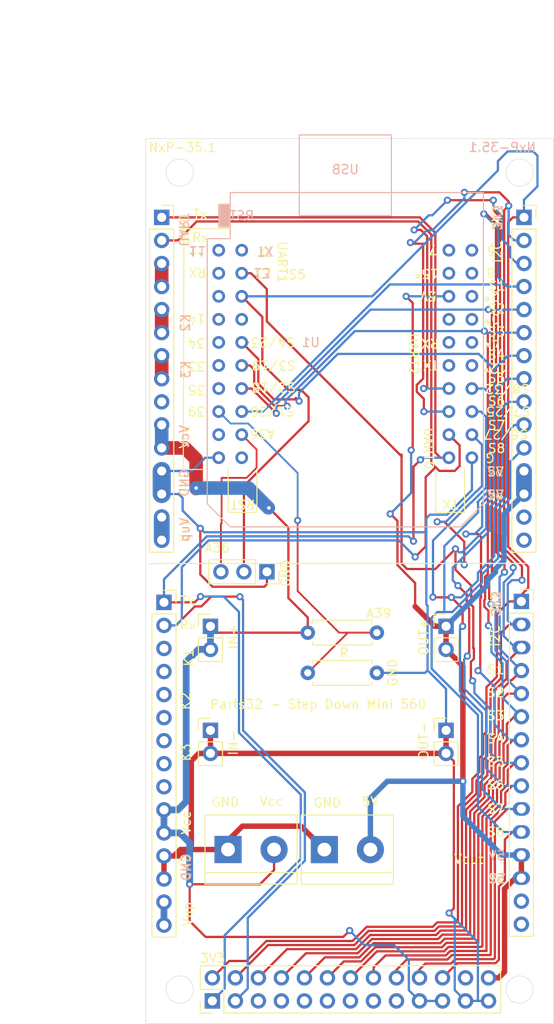
<source format=kicad_pcb>
(kicad_pcb (version 20211014) (generator pcbnew)
  (layers (0 "F.Cu" signal) (31 "B.Cu" signal) (34 "B.Paste" user) (35 "F.Paste" user) (36 "B.SilkS" user "B.Silkscreen") (37 "F.SilkS" user "F.Silkscreen") (38 "B.Mask" user) (39 "F.Mask" user) (44 "Edge.Cuts" user))
  (net 0 "")
  (net 1 "GND")
  (net 2 "Io32")
  (net 3 "SDA")
  (net 4 "Io25")
  (net 5 "SCL")
  (net 6 "Io27")
  (net 7 "RX")
  (net 8 "TX")
  (net 9 "+3V3")
  (net 10 "D8")
  (net 11 "D7")
  (net 12 "D6")
  (net 13 "D5")
  (net 14 "D0")
  (net 15 "+24V")
  (net 16 "+5V")
  (net 17 "K1GND")
  (footprint "Connector_PinHeader_2.54mm:PinHeader_2x13_P2.54mm_Vertical" (layer "F.Cu") (at 57.35 145 90)
    (fp_text reference "3V3")
    (fp_text value "P2")
  )
  (footprint "Connector_PinSocket_2.54mm:PinSocket_1x15_P2.54mm_Vertical" (layer "F.Cu") (at 91.7396 58.68)
    (fp_text reference "")
    (fp_text value "")
  )
  (footprint "Connector_PinHeader_2.54mm:PinHeader_1x02_P2.54mm_Vertical" (layer "F.Cu") (at 83.1408 103.7266)
    (fp_text reference "OUT+")
    (fp_text value "P2")
  )
  (footprint "Connector_PinHeader_2.54mm:PinHeader_1x02_P2.54mm_Vertical" (layer "F.Cu") (at 57.1408 103.7316)
    (fp_text reference "IN+")
    (fp_text value "P2")
  )
  (footprint "Connector_PinSocket_2.54mm:PinSocket_1x15_P2.54mm_Vertical" (layer "F.Cu") (at 91.45 100.99)
    (fp_text reference "")
    (fp_text value "")
  )
  (footprint "Connector_PinSocket_2.54mm:PinSocket_1x15_P2.54mm_Vertical" (layer "F.Cu") (at 52.0108 101.0916)
    (fp_text reference "")
    (fp_text value "")
  )
  (footprint "TerminalBlock:TerminalBlock_bornier-2_P5.08mm" (layer "F.Cu") (at 59.08 128.32)
    (fp_text reference "")
    (fp_text value "")
  )
  (footprint "Connector_PinHeader_2.54mm:PinHeader_1x02_P2.54mm_Vertical" (layer "F.Cu") (at 83.1408 115.1916)
    (fp_text reference "OUT-")
    (fp_text value "P2")
  )
  (footprint "Connector_PinHeader_2.54mm:PinHeader_1x02_P2.54mm_Vertical" (layer "F.Cu") (at 57.1408 115.1916)
    (fp_text reference "IN-")
    (fp_text value "P2")
  )
  (footprint "Connector_PinSocket_2.54mm:PinSocket_1x15_P2.54mm_Vertical" (layer "F.Cu") (at 51.76 58.68)
    (fp_text reference "")
    (fp_text value "")
  )
  (footprint "Resistor_THT:R_Axial_DIN0207_L6.3mm_D2.5mm_P7.62mm_Horizontal" (layer "F.Cu") (at 75.5 104.43 180)
    (fp_text reference "A39")
    (fp_text value "R")
  )
  (footprint "Connector_PinSocket_2.54mm:PinSocket_1x03_P2.54mm_Vertical" (layer "F.Cu") (at 63.375 97.725 -90)
    (fp_text reference "")
    (fp_text value "")
  )
  (footprint "TerminalBlock:TerminalBlock_bornier-2_P5.08mm" (layer "F.Cu") (at 69.71 128.33)
    (fp_text reference "")
    (fp_text value "")
  )
  (footprint "Resistor_THT:R_Axial_DIN0207_L6.3mm_D2.5mm_P7.62mm_Horizontal" (layer "F.Cu") (at 75.5 108.86 180)
    (fp_text reference "R")
    (fp_text value "R")
  )
  (footprint "Module:ESP32_mini" (layer "B.Cu") (at 72.0226 73.7262)
    (fp_text reference "U1")
    (fp_text value "mini_esp32")
  )
  (gr_line (start 62.269 91.176) (end 59.094 91.176) (layer "F.SilkS") (width 0.12))
  (gr_line (start 62.269 86.4008) (end 62.269 91.176) (layer "F.SilkS") (width 0.12))
  (gr_line (start 54.141 86.4516) (end 56.808 86.4516) (layer "F.SilkS") (width 0.12))
  (gr_line (start 50.33 96.82) (end 91.9 96.8) (layer "F.SilkS") (width 0.12))
  (gr_line (start 85.1798 91.176) (end 82.0048 91.176) (layer "F.SilkS") (width 0.12))
  (gr_line (start 82.0048 86.4008) (end 82.0048 91.176) (layer "F.SilkS") (width 0.12))
  (gr_line (start 54.2172 59.934) (end 54.141 86.4516) (layer "F.SilkS") (width 0.12))
  (gr_line (start 54.2172 59.934) (end 59.348 59.934) (layer "F.SilkS") (width 0.12))
  (gr_line (start 85.1798 86.4008) (end 85.1798 91.176) (layer "F.SilkS") (width 0.12))
  (gr_line (start 59.094 86.4008) (end 59.094 91.176) (layer "F.SilkS") (width 0.12))
  (gr_line (start 95 147.5) (end 50 147.5) (layer "Edge.Cuts") (width 0.05))
  (gr_line (start 95 147.5) (end 95 50.01) (layer "Edge.Cuts") (width 0.05))
  (gr_line (start 50 147.5) (end 50 50) (layer "Edge.Cuts") (width 0.05))
  (gr_line (start 50 50) (end 95 50.01) (layer "Edge.Cuts") (width 0.05))
  (gr_circle (center 91.25 143.75) (end 92.75 143.85) (layer "Edge.Cuts") (width 0.05) (fill none))
  (gr_circle (center 53.75 53.75) (end 55.25 53.85) (layer "Edge.Cuts") (width 0.05) (fill none))
  (gr_circle (center 53.75 143.75) (end 55.25 143.85) (layer "Edge.Cuts") (width 0.05) (fill none))
  (gr_circle (center 91.25 53.75) (end 92.75 53.85) (layer "Edge.Cuts") (width 0.05) (fill none))
  (gr_text "5V" (at 88.5892 86.7184) (layer "B.SilkS") (effects (font (size 1 1)) (justify mirror)))
  (gr_text "Vup" (at 54.3 93.097 90) (layer "B.SilkS") (effects (font (size 1 1)) (justify mirror)))
  (gr_text "NxP-35.1" (at 93.16 50.97) (layer "B.SilkS") (effects (font (size 1 1)) (justify left mirror)))
  (gr_text "GND" (at 54.4908 130.2716 90) (layer "B.SilkS") (effects (font (size 1 1)) (justify mirror)))
  (gr_text "K2" (at 54.3635 70.3005 90) (layer "B.SilkS") (effects (font (size 1 1)) (justify mirror)))
  (gr_text "K3" (at 54.427 75.444 90) (layer "B.SilkS") (effects (font (size 1 1)) (justify mirror)))
  (gr_text "5V" (at 88.7508 129.0016) (layer "B.SilkS") (effects (font (size 1 1)) (justify mirror)))
  (gr_text "3V3" (at 88.77 58.69 -90) (layer "B.SilkS") (effects (font (size 1 1)) (justify mirror)))
  (gr_text "5V" (at 88.7508 131.5516) (layer "B.SilkS") (effects (font (size 1 1)) (justify mirror)))
  (gr_text "3V3" (at 88.6108 101.2416 -90) (layer "B.SilkS") (effects (font (size 1 1)) (justify mirror)))
  (gr_text "Vcc" (at 54.26 82.85 90) (layer "B.SilkS") (effects (font (size 1 1)) (justify mirror)))
  (gr_text "UART" (at 54.173 60.077 -90) (layer "B.SilkS") (effects (font (size 1 1)) (justify mirror)))
  (gr_text "11" (at 55.7158 62.3724 180) (layer "B.SilkS") (effects (font (size 1 1)) (justify mirror)))
  (gr_text "5V" (at 88.5892 89.2684) (layer "B.SilkS") (effects (font (size 1 1)) (justify mirror)))
  (gr_text "TX" (at 63.2088 62.3978 180) (layer "B.SilkS") (effects (font (size 1 1)) (justify mirror)))
  (gr_text "GND" (at 54.26 87.93 90) (layer "B.SilkS") (effects (font (size 1 1)) (justify mirror)))
  (gr_text "13" (at 62.8278 64.7854 180) (layer "B.SilkS") (effects (font (size 1 1)) (justify mirror)))
  (gr_text "UART0" (at 81.2174 84.1402 270) (layer "F.SilkS") (effects (font (size 1 1))))
  (gr_text "G" (at 87.9994 85.1572 180) (layer "F.SilkS") (effects (font (size 1 1))))
  (gr_text "K3" (at 54.4608 117.6216 90) (layer "F.SilkS") (effects (font (size 1 1))))
  (gr_text "Tx" (at 54.6 100.95) (layer "F.SilkS") (effects (font (size 1 1))))
  (gr_text "I2C" (at 88.77 62.49 90) (layer "F.SilkS") (effects (font (size 1 1))))
  (gr_text "5V" (at 88.75 131.55) (layer "F.SilkS") (effects (font (size 1 1))))
  (gr_text "0*" (at 88.2278 69.84 180) (layer "F.SilkS") (effects (font (size 1 1))))
  (gr_text "S2" (at 88.6308 111.0346) (layer "F.SilkS") (effects (font (size 1 1))))
  (gr_text "Vcc" (at 54.4608 125.3716 90) (layer "F.SilkS") (effects (font (size 1 1))))
  (gr_text "RX" (at 55.7158 64.7346 180) (layer "F.SilkS") (effects (font (size 1 1))))
  (gr_text "Parts32 - Step Down Mini 560" (at 69.03 112.32) (layer "F.SilkS") (effects (font (size 1 1))))
  (gr_text "12*" (at 88.5326 75.2756 180) (layer "F.SilkS") (effects (font (size 1 1))))
  (gr_text "S8/32" (at 89.9042 77.5616 180) (layer "F.SilkS") (effects (font (size 1 1))))
  (gr_text "Vout" (at 85.65 129.39) (layer "F.SilkS") (effects (font (size 1 1))))
  (gr_text "UART" (at 54.173 60.077 -90) (layer "F.SilkS") (effects (font (size 1 1))))
  (gr_text "TX" (at 83.6304 90.287 180) (layer "F.SilkS") (effects (font (size 1 1))))
  (gr_text "3V3" (at 88.6308 101.2416 90) (layer "F.SilkS") (effects (font (size 1 1))))
  (gr_text "33" (at 55.6142 75.0724 180) (layer "F.SilkS") (effects (font (size 1 1))))
  (gr_text "3V3" (at 88.78 58.69 90) (layer "F.SilkS") (effects (font (size 1 1))))
  (gr_text "K2" (at 54.4108 111.9716 90) (layer "F.SilkS") (effects (font (size 1 1))))
  (gr_text "S6" (at 88.6308 121.1946) (layer "F.SilkS") (effects (font (size 1 1))))
  (gr_text "S3" (at 88.72 71.303) (layer "F.SilkS") (effects (font (size 1 1))))
  (gr_text "7" (at 81.7254 62.2454 180) (layer "F.SilkS") (effects (font (size 1 1))))
  (gr_text "RST" (at 60.7196 90.287 180) (layer "F.SilkS") (effects (font (size 1 1))))
  (gr_text "13" (at 63.031 64.7854 180) (layer "F.SilkS") (effects (font (size 1 1))))
  (gr_text "Vup" (at 54.3 93.097 90) (layer "F.SilkS") (effects (font (size 1 1))))
  (gr_text "S2/18" (at 64.1232 77.3838 180) (layer "F.SilkS") (effects (font (size 1 1))))
  (gr_text "S7" (at 88.6308 123.8616) (layer "F.SilkS") (effects (font (size 1 1))))
  (gr_text "NxP-35.1" (at 50.24 50.97) (layer "F.SilkS") (effects (font (size 1 1)) (justify left)))
  (gr_text "S2" (at 88.72 68.763) (layer "F.SilkS") (effects (font (size 1 1))))
  (gr_text "4*" (at 88.2532 72.38 180) (layer "F.SilkS") (effects (font (size 1 1))))
  (gr_text "UART2" (at 79.5664 73.7262 270) (layer "F.SilkS") (effects (font (size 1 1))))
  (gr_text "Rx" (at 56 60.89) (layer "F.SilkS") (effects (font (size 1 1))))
  (gr_text "S5" (at 88.72 76.383) (layer "F.SilkS") (effects (font (size 1 1))))
  (gr_text "5V" (at 88.5892 89.2684) (layer "F.SilkS") (effects (font (size 1 1))))
  (gr_text "" (at 54.0648 93.3082) (layer "F.SilkS") (effects (font (size 1 1))))
  (gr_text "RX" (at 81.3698 72.5578 180) (layer "F.SilkS") (effects (font (size 1 1))))
  (gr_text "Tx" (at 56 58.34) (layer "F.SilkS") (effects (font (size 1 1))))
  (gr_text "S3" (at 88.6308 113.5746) (layer "F.SilkS") (effects (font (size 1 1))))
  (gr_text "UART1" (at 65.063 63.617 270) (layer "F.SilkS") (effects (font (size 1 1))))
  (gr_text "Vcc" (at 63.88 123.02) (layer "F.SilkS") (effects (font (size 1 1))))
  (gr_text "5V" (at 81.192 67.3254 180) (layer "F.SilkS") (effects (font (size 1 1))))
  (gr_text "K2" (at 54.3635 70.3005 90) (layer "F.SilkS") (effects (font (size 1 1))))
  (gr_text "S8" (at 88.72 84.13) (layer "F.SilkS") (effects (font (size 1 1))))
  (gr_text "6" (at 88.1516 62.3216 180) (layer "F.SilkS") (effects (font (size 1 1))))
  (gr_text "A36" (at 57.89 95.09) (layer "F.SilkS") (effects (font (size 1 1))))
  (gr_text "A36" (at 62.8532 82.5146 180) (layer "F.SilkS") (effects (font (size 1 1))))
  (gr_text "15*" (at 80.9888 64.8616 180) (layer "F.SilkS") (effects (font (size 1 1))))
  (gr_text "K3" (at 54.427 75.444 90) (layer "F.SilkS") (effects (font (size 1 1))))
  (gr_text "2*" (at 88.177 67.3508 180) (layer "F.SilkS") (effects (font (size 1 1))))
  (gr_text "S1" (at 88.6308 108.4946) (layer "F.SilkS") (effects (font (size 1 1))))
  (gr_text "35" (at 55.6142 77.6632 180) (layer "F.SilkS") (effects (font (size 1 1))))
  (gr_text "S8" (at 88.65 126.39) (layer "F.SilkS") (effects (font (size 1 1))))
  (gr_text "5V" (at 88.5892 86.7184) (layer "F.SilkS") (effects (font (size 1 1))))
  (gr_text "S6" (at 88.72 78.923) (layer "F.SilkS") (effects (font (size 1 1))))
  (gr_text "S7/25" (at 90.0058 80.0254 180) (layer "F.SilkS") (effects (font (size 1 1))))
  (gr_text "S1" (at 88.77 66.23) (layer "F.SilkS") (effects (font (size 1 1))))
  (gr_text "Vup" (at 54.6208 135.4216 90) (layer "F.SilkS") (effects (font (size 1 1))))
  (gr_text "14" (at 55.6142 69.84 180) (layer "F.SilkS") (effects (font (size 1 1))))
  (gr_text "GND" (at 77.25 108.83 90) (layer "F.SilkS") (effects (font (size 1 1))))
  (gr_text "39" (at 55.6142 80.0254 180) (layer "F.SilkS") (effects (font (size 1 1))))
  (gr_text "S5" (at 66.71 64.99) (layer "F.SilkS") (effects (font (size 1 1))))
  (gr_text "S5" (at 88.6308 118.6546) (layer "F.SilkS") (effects (font (size 1 1))))
  (gr_text "S4" (at 88.6308 116.1146) (layer "F.SilkS") (effects (font (size 1 1))))
  (gr_text "GND" (at 70.04 123.18) (layer "F.SilkS") (effects (font (size 1 1))))
  (gr_text "Vcc" (at 54.26 82.85 90) (layer "F.SilkS") (effects (font (size 1 1))))
  (gr_text "GND" (at 58.78 123.12) (layer "F.SilkS") (effects (font (size 1 1))))
  (gr_text "34" (at 55.6142 72.507 180) (layer "F.SilkS") (effects (font (size 1 1))))
  (gr_text "S1/26" (at 63.9708 80.0254 180) (layer "F.SilkS") (effects (font (size 1 1))))
  (gr_text "GND" (at 54.26 87.93 90) (layer "F.SilkS") (effects (font (size 1 1))))
  (gr_text "S3/19" (at 64.1232 74.9708 180) (layer "F.SilkS") (effects (font (size 1 1))))
  (gr_text "GND" (at 54.4 130.29 90) (layer "F.SilkS") (effects (font (size 1 1))))
  (gr_text "Rx" (at 54.65 103.59) (layer "F.SilkS") (effects (font (size 1 1))))
  (gr_text "S4/23" (at 64.0216 72.4308 180) (layer "F.SilkS") (effects (font (size 1 1))))
  (gr_text "K1" (at 54.7608 107.1716 90) (layer "F.SilkS") (effects (font (size 1 1))))
  (gr_text "GND" (at 65.45 97.9 90) (layer "F.SilkS") (effects (font (size 1 1))))
  (gr_text "S6/27" (at 89.7518 82.5654 180) (layer "F.SilkS") (effects (font (size 1 1))))
  (gr_text "TX" (at 63.2088 62.3978 180) (layer "F.SilkS") (effects (font (size 1 1))))
  (gr_text "" (at 56.784 90.9474 180) (layer "F.SilkS") (effects (font (size 1 1))))
  (gr_text "I2C" (at 88.5608 104.7716 90) (layer "F.SilkS") (effects (font (size 1 1))))
  (gr_text "S7" (at 88.72 81.59) (layer "F.SilkS") (effects (font (size 1 1))))
  (gr_text "11" (at 55.665 62.3978 180) (layer "F.SilkS") (effects (font (size 1 1))))
  (gr_text "5V" (at 74.75 123.04) (layer "F.SilkS") (effects (font (size 1 1))))
  (gr_text "S4" (at 88.72 73.843) (layer "F.SilkS") (effects (font (size 1 1))))
  (gr_text "TX" (at 81.446 74.9454 180) (layer "F.SilkS") (effects (font (size 1 1))))
  (gr_text "8" (at 88.1008 64.76 180) (layer "F.SilkS") (effects (font (size 1 1))))
  (segment (start 58.37 87.3788) (end 61.12016 87.3788) (width 0.2) (layer "F.Cu") (net 0))
  (segment (start 58.37 92.37) (end 58.37 87.3788) (width 0.2) (layer "F.Cu") (net 0))
  (segment (start 62.23 86.26896) (end 62.23 84.2536) (width 0.2) (layer "F.Cu") (net 0))
  (segment (start 75.5 104.43) (end 72.31 104.43) (width 0.2) (layer "F.Cu") (net 0))
  (segment (start 58.295 97.725) (end 58.295 92.445) (width 0.2) (layer "F.Cu") (net 0))
  (segment (start 58.295 92.445) (end 58.37 92.37) (width 0.2) (layer "F.Cu") (net 0))
  (segment (start 62.23 84.2536) (end 60.5926 82.6162) (width 0.2) (layer "F.Cu") (net 0))
  (segment (start 61.12016 87.3788) (end 62.23 86.26896) (width 0.2) (layer "F.Cu") (net 0))
  (segment (start 66.76 92.07) (end 66.76 99.85) (width 0.2) (layer "F.Cu") (net 0))
  (segment (start 72.31 104.43) (end 67.88 108.86) (width 0.2) (layer "F.Cu") (net 0))
  (segment (start 71.34 104.43) (end 75.5 104.43) (width 0.2) (layer "F.Cu") (net 0))
  (segment (start 66.76 99.85) (end 71.34 104.43) (width 0.2) (layer "F.Cu") (net 0))
  (via (at 66.76 92.07) (size 0.8) (drill 0.4) (layers "F.Cu" "B.Cu") (net 0))
  (segment (start 59.3664 81.39) (end 61.31 81.39) (width 0.2) (layer "B.Cu") (net 0))
  (segment (start 66.76 92.07) (end 66.76 92.26) (width 0.2) (layer "B.Cu") (net 0))
  (segment (start 66.76 86.84) (end 66.76 92.07) (width 0.2) (layer "B.Cu") (net 0))
  (segment (start 61.31 81.39) (end 66.76 86.84) (width 0.2) (layer "B.Cu") (net 0))
  (segment (start 58.0526 80.0762) (end 59.3664 81.39) (width 0.2) (layer "B.Cu") (net 0))
  (segment (start 52.0108 136.6516) (end 52.0108 134.1116) (width 0.75) (layer "B.Cu") (net 0))
  (segment (start 53.1116 129.0316) (end 53.8232 128.32) (width 0.6) (layer "F.Cu") (net 1))
  (segment (start 84 134.8) (end 84 118.5908) (width 0.25) (layer "F.Cu") (net 1))
  (segment (start 63.375 99.085) (end 63.375 97.725) (width 0.25) (layer "F.Cu") (net 1))
  (segment (start 56.02 98.02) (end 57.37 99.37) (width 0.25) (layer "F.Cu") (net 1))
  (segment (start 53.1116 129.0316) (end 53.8308 129.0316) (width 0.6) (layer "F.Cu") (net 1))
  (segment (start 51.78 86.64) (end 51.76 86.62) (width 1) (layer "F.Cu") (net 1))
  (segment (start 53.8232 128.32) (end 59.08 128.32) (width 0.6) (layer "F.Cu") (net 1))
  (segment (start 57.37 99.37) (end 63.09 99.37) (width 0.25) (layer "F.Cu") (net 1))
  (segment (start 83.1408 115.1916) (end 83.1408 117.7316) (width 0.6) (layer "F.Cu") (net 1))
  (segment (start 83.475 135.325) (end 84 134.8) (width 0.25) (layer "F.Cu") (net 1))
  (segment (start 63.09 99.37) (end 63.375 99.085) (width 0.25) (layer "F.Cu") (net 1))
  (segment (start 67.13 125.75) (end 69.71 128.33) (width 0.6) (layer "F.Cu") (net 1))
  (segment (start 59.08 127.33) (end 60.66 125.75) (width 0.6) (layer "F.Cu") (net 1))
  (segment (start 52.0108 131.5716) (end 52.0108 129.0316) (width 0.6) (layer "F.Cu") (net 1))
  (segment (start 59.08 128.32) (end 59.08 127.33) (width 0.6) (layer "F.Cu") (net 1))
  (segment (start 60.66 125.75) (end 67.13 125.75) (width 0.6) (layer "F.Cu") (net 1))
  (segment (start 55.8608 117.7316) (end 57.1408 117.7316) (width 0.6) (layer "F.Cu") (net 1))
  (segment (start 84 118.5908) (end 83.1408 117.7316) (width 0.25) (layer "F.Cu") (net 1))
  (segment (start 56.02 92.94) (end 56.02 98.02) (width 0.25) (layer "F.Cu") (net 1))
  (segment (start 52.0108 129.0316) (end 53.1116 129.0316) (width 0.6) (layer "F.Cu") (net 1))
  (segment (start 55.0308 127.8316) (end 55.0308 118.5616) (width 0.6) (layer "F.Cu") (net 1))
  (segment (start 57.1408 117.7316) (end 57.1408 115.1916) (width 0.6) (layer "F.Cu") (net 1))
  (segment (start 55.0308 118.5616) (end 55.8608 117.7316) (width 0.6) (layer "F.Cu") (net 1))
  (segment (start 57.1408 117.7316) (end 83.1408 117.7316) (width 0.6) (layer "F.Cu") (net 1))
  (segment (start 53.8308 129.0316) (end 55.0308 127.8316) (width 0.6) (layer "F.Cu") (net 1))
  (via (at 83.475 135.325) (size 0.8) (drill 0.4) (layers "F.Cu" "B.Cu") (net 1))
  (via (at 56.02 92.94) (size 0.8) (drill 0.4) (layers "F.Cu" "B.Cu") (net 1))
  (segment (start 85.29 145) (end 84.1 143.81) (width 0.25) (layer "B.Cu") (net 1))
  (segment (start 80.33 93.37) (end 79.88 93.37) (width 0.25) (layer "B.Cu") (net 1))
  (segment (start 80.965 101.325) (end 80.965 93.475) (width 0.25) (layer "B.Cu") (net 1))
  (segment (start 79.88 93.37) (end 56.45 93.37) (width 0.25) (layer "B.Cu") (net 1))
  (segment (start 79.88 93.37) (end 80.86 93.37) (width 0.25) (layer "B.Cu") (net 1))
  (segment (start 83.1408 110.627196) (end 81.1 108.586396) (width 0.25) (layer "B.Cu") (net 1))
  (segment (start 83.277208 91.43) (end 81.35 91.43) (width 0.25) (layer "B.Cu") (net 1))
  (segment (start 84.1 135.95) (end 83.475 135.325) (width 0.25) (layer "B.Cu") (net 1))
  (segment (start 83.1408 115.1916) (end 83.1408 110.627196) (width 0.25) (layer "B.Cu") (net 1))
  (segment (start 51.76 87.382) (end 51.76 89.16) (width 2) (layer "B.Cu") (net 1))
  (segment (start 86.7 145) (end 86.655 144.955) (width 0.25) (layer "B.Cu") (net 1))
  (segment (start 80.965 91.815) (end 81.35 91.43) (width 0.25) (layer "B.Cu") (net 1))
  (segment (start 51.76 86.62) (end 51.76 87.382) (width 2) (layer "B.Cu") (net 1))
  (segment (start 80.965 93.475) (end 80.965 91.815) (width 0.25) (layer "B.Cu") (net 1))
  (segment (start 81.1 108.586396) (end 81.1 101.46) (width 0.25) (layer "B.Cu") (net 1))
  (segment (start 80.826396 108.86) (end 81.1 108.586396) (width 0.25) (layer "B.Cu") (net 1))
  (segment (start 54.07 90.99) (end 54.07 89.59) (width 0.25) (layer "B.Cu") (net 1))
  (segment (start 85.9926 85.1562) (end 85.9926 88.714608) (width 0.25) (layer "B.Cu") (net 1))
  (segment (start 84.1 143.81) (end 84.1 135.95) (width 0.25) (layer "B.Cu") (net 1))
  (segment (start 54.07 89.59) (end 53.64 89.16) (width 0.25) (layer "B.Cu") (net 1))
  (segment (start 75.5 108.86) (end 80.826396 108.86) (width 0.25) (layer "B.Cu") (net 1))
  (segment (start 81.1 101.46) (end 80.965 101.325) (width 0.25) (layer "B.Cu") (net 1))
  (segment (start 83.475 135.325) (end 83.45 135.3) (width 0.25) (layer "B.Cu") (net 1))
  (segment (start 56.45 93.37) (end 56.02 92.94) (width 0.25) (layer "B.Cu") (net 1))
  (segment (start 86.655 138.505) (end 83.475 135.325) (width 0.25) (layer "B.Cu") (net 1))
  (segment (start 51.76 86.62) (end 55.1 86.62) (width 0.25) (layer "B.Cu") (net 1))
  (segment (start 85.9926 88.714608) (end 83.277208 91.43) (width 0.25) (layer "B.Cu") (net 1))
  (segment (start 53.64 89.16) (end 51.76 89.16) (width 0.25) (layer "B.Cu") (net 1))
  (segment (start 56.5638 85.1562) (end 58.0526 85.1562) (width 0.25) (layer "B.Cu") (net 1))
  (segment (start 55.1 86.62) (end 56.5638 85.1562) (width 0.25) (layer "B.Cu") (net 1))
  (segment (start 87.83 145) (end 86.7 145) (width 0.25) (layer "B.Cu") (net 1))
  (segment (start 80.86 93.37) (end 80.965 93.475) (width 0.25) (layer "B.Cu") (net 1))
  (segment (start 86.655 144.955) (end 86.655 138.505) (width 0.25) (layer "B.Cu") (net 1))
  (segment (start 56.02 92.94) (end 54.07 90.99) (width 0.25) (layer "B.Cu") (net 1))
  (segment (start 86.7 145) (end 85.29 145) (width 0.25) (layer "B.Cu") (net 1))
  (segment (start 84.36 140.85) (end 88.6 140.85) (width 0.25) (layer "F.Cu") (net 2))
  (segment (start 89.633058 127.216942) (end 90.46 126.39) (width 0.25) (layer "F.Cu") (net 2))
  (segment (start 88.975 140.475) (end 88.975 132.391116) (width 0.25) (layer "F.Cu") (net 2))
  (segment (start 88.6 140.85) (end 88.975 140.475) (width 0.25) (layer "F.Cu") (net 2))
  (segment (start 88.975 132.391116) (end 89.633058 131.733058) (width 0.25) (layer "F.Cu") (net 2))
  (segment (start 82.75 142.46) (end 84.36 140.85) (width 0.25) (layer "F.Cu") (net 2))
  (segment (start 90.46 126.39) (end 91.45 126.39) (width 0.25) (layer "F.Cu") (net 2))
  (segment (start 89.633058 131.733058) (end 89.633058 127.216942) (width 0.25) (layer "F.Cu") (net 2))
  (segment (start 83.823516 102.16) (end 82.17 102.16) (width 0.25) (layer "B.Cu") (net 2))
  (segment (start 88.01 88.64802) (end 86.59401 90.06401) (width 0.25) (layer "B.Cu") (net 2))
  (segment (start 89.43 126.39) (end 91.45 126.39) (width 0.25) (layer "B.Cu") (net 2))
  (segment (start 81.55 108.4) (end 86.66 113.51) (width 0.25) (layer "B.Cu") (net 2))
  (segment (start 86.465 99.518516) (end 83.823516 102.16) (width 0.25) (layer "B.Cu") (net 2))
  (segment (start 88.01 78.17) (end 88.01 88.64802) (width 0.25) (layer "B.Cu") (net 2))
  (segment (start 87.105 98.011116) (end 88.905 96.211116) (width 0.25) (layer "B.Cu") (net 2))
  (segment (start 90.26 89.58) (end 88.925 90.915) (width 0.25) (layer "B.Cu") (net 2))
  (segment (start 82.17 102.16) (end 81.55 102.78) (width 0.25) (layer "B.Cu") (net 2))
  (segment (start 86.465 99.518516) (end 87.105 98.878516) (width 0.25) (layer "B.Cu") (net 2))
  (segment (start 82.95 94.91) (end 82.95 102.16) (width 0.25) (layer "B.Cu") (net 2))
  (segment (start 88.905 96.211116) (end 88.905 93.62) (width 0.25) (layer "B.Cu") (net 2))
  (segment (start 83.685 94.175) (end 86.675 91.185) (width 0.25) (layer "B.Cu") (net 2))
  (segment (start 85.9926 77.5362) (end 87.3762 77.5362) (width 0.25) (layer "B.Cu") (net 2))
  (segment (start 91.7396 84.08) (end 90.26 85.5596) (width 0.25) (layer "B.Cu") (net 2))
  (segment (start 88.925 90.915) (end 88.925 93.495) (width 0.25) (layer "B.Cu") (net 2))
  (segment (start 86.66 123.62) (end 89.43 126.39) (width 0.25) (layer "B.Cu") (net 2))
  (segment (start 87.105 98.878516) (end 87.105 98.011116) (width 0.25) (layer "B.Cu") (net 2))
  (segment (start 90.26 85.5596) (end 90.26 89.58) (width 0.25) (layer "B.Cu") (net 2))
  (segment (start 86.66 113.51) (end 86.66 123.62) (width 0.25) (layer "B.Cu") (net 2))
  (segment (start 83.685 94.175) (end 82.95 94.91) (width 0.25) (layer "B.Cu") (net 2))
  (segment (start 86.675 91.185) (end 86.675 89.98302) (width 0.25) (layer "B.Cu") (net 2))
  (segment (start 86.675 89.98302) (end 86.78401 89.87401) (width 0.25) (layer "B.Cu") (net 2))
  (segment (start 87.3762 77.5362) (end 88.01 78.17) (width 0.25) (layer "B.Cu") (net 2))
  (segment (start 81.55 102.78) (end 81.55 108.4) (width 0.25) (layer "B.Cu") (net 2))
  (segment (start 86.940812 122.354416) (end 86.940812 120.909188) (width 0.25) (layer "F.Cu") (net 3))
  (segment (start 85.3 137.25) (end 85.35 137.2) (width 0.25) (layer "F.Cu") (net 3))
  (segment (start 88.36 56.79) (end 83.29 56.79) (width 0.25) (layer "F.Cu") (net 3))
  (segment (start 90.55 97.27) (end 90.55 96.792792) (width 0.25) (layer "F.Cu") (net 3))
  (segment (start 88.36 57.9) (end 89.1 58.64) (width 0.25) (layer "F.Cu") (net 3))
  (segment (start 88.131802 118.186218) (end 88.131802 116.081802) (width 0.25) (layer "F.Cu") (net 3))
  (segment (start 81.06 60.762792) (end 80.357208 60.06) (width 0.25) (layer "F.Cu") (net 3))
  (segment (start 88.595 110.715) (end 88.5 110.81) (width 0.25) (layer "F.Cu") (net 3))
  (segment (start 80.9762 77.5362) (end 81.06 77.4524) (width 0.25) (layer "F.Cu") (net 3))
  (segment (start 89.1 94.91) (end 89.1 94.42) (width 0.25) (layer "F.Cu") (net 3))
  (segment (start 87.7 120.15) (end 87.7 118.61802) (width 0.25) (layer "F.Cu") (net 3))
  (segment (start 89.1 95.342792) (end 89.1 94.91) (width 0.25) (layer "F.Cu") (net 3))
  (segment (start 89.1 94.42) (end 89.1 58.64) (width 0.25) (layer "F.Cu") (net 3))
  (segment (start 88.131802 116.081802) (end 88.5 115.713604) (width 0.25) (layer "F.Cu") (net 3))
  (segment (start 73.2 139.3) (end 74.763198 137.736802) (width 0.25) (layer "F.Cu") (net 3))
  (segment (start 79.62 60.06) (end 79.58 60.06) (width 0.25) (layer "F.Cu") (net 3))
  (segment (start 74.763198 137.736802) (end 82.05 137.736802) (width 0.25) (layer "F.Cu") (net 3))
  (segment (start 80.6638 77.5362) (end 80.9762 77.5362) (width 0.25) (layer "F.Cu") (net 3))
  (segment (start 88.5 115.713604) (end 88.5 110.81) (width 0.25) (layer "F.Cu") (net 3))
  (segment (start 90.55 96.792792) (end 89.1 95.342792) (width 0.25) (layer "F.Cu") (net 3))
  (segment (start 81.06 77.4524) (end 81.06 60.762792) (width 0.25) (layer "F.Cu") (net 3))
  (segment (start 80.357208 60.06) (end 79.62 60.06) (width 0.25) (layer "F.Cu") (net 3))
  (segment (start 62.43 142.46) (end 65.59 139.3) (width 0.25) (layer "F.Cu") (net 3))
  (segment (start 82.536802 137.25) (end 85.3 137.25) (width 0.25) (layer "F.Cu") (net 3))
  (segment (start 89.815 109.495) (end 88.595 110.715) (width 0.25) (layer "F.Cu") (net 3))
  (segment (start 88.36 56.79) (end 88.36 57.9) (width 0.25) (layer "F.Cu") (net 3))
  (segment (start 89.815 107.705) (end 91.45 106.07) (width 0.25) (layer "F.Cu") (net 3))
  (segment (start 83.29 56.79) (end 83.19 56.79) (width 0.25) (layer "F.Cu") (net 3))
  (segment (start 85.35 123.945228) (end 86.940812 122.354416) (width 0.25) (layer "F.Cu") (net 3))
  (segment (start 65.59 139.3) (end 73.2 139.3) (width 0.25) (layer "F.Cu") (net 3))
  (segment (start 86.940812 120.909188) (end 87.7 120.15) (width 0.25) (layer "F.Cu") (net 3))
  (segment (start 85.35 137.2) (end 85.35 123.945228) (width 0.25) (layer "F.Cu") (net 3))
  (segment (start 89.815 107.705) (end 89.815 109.495) (width 0.25) (layer "F.Cu") (net 3))
  (segment (start 82.05 137.736802) (end 82.536802 137.25) (width 0.25) (layer "F.Cu") (net 3))
  (segment (start 87.7 118.61802) (end 88.131802 118.186218) (width 0.25) (layer "F.Cu") (net 3))
  (via (at 80.6638 77.5362) (size 0.8) (drill 0.4) (layers "F.Cu" "B.Cu") (net 3))
  (via (at 90.55 97.27) (size 0.8) (drill 0.4) (layers "F.Cu" "B.Cu") (net 3))
  (via (at 88.36 56.79) (size 0.8) (drill 0.4) (layers "F.Cu" "B.Cu") (net 3))
  (via (at 83.29 56.79) (size 0.8) (drill 0.4) (layers "F.Cu" "B.Cu") (net 3))
  (via (at 79.62 60.06) (size 0.8) (drill 0.4) (layers "F.Cu" "B.Cu") (net 3))
  (segment (start 88.36 57.58) (end 89.325 58.545) (width 0.25) (layer "B.Cu") (net 3))
  (segment (start 89.325 61.075) (end 90.2 61.95) (width 0.25) (layer "B.Cu") (net 3))
  (segment (start 81.23 58.45) (end 81.63 58.45) (width 0.25) (layer "B.Cu") (net 3))
  (segment (start 90.2 61.95) (end 90.2 63) (width 0.25) (layer "B.Cu") (net 3))
  (segment (start 91.45 106.07) (end 90.77 106.07) (width 0.25) (layer "B.Cu") (net 3))
  (segment (start 89.5 99.04) (end 89.5 98.913604) (width 0.25) (layer "B.Cu") (net 3))
  (segment (start 90.2 63) (end 90.96 63.76) (width 0.25) (layer "B.Cu") (net 3))
  (segment (start 89.325 58.545) (end 89.325 61.075) (width 0.25) (layer "B.Cu") (net 3))
  (segment (start 88.36 56.79) (end 88.36 57.58) (width 0.25) (layer "B.Cu") (net 3))
  (segment (start 90.55 97.863604) (end 90.55 97.27) (width 0.25) (layer "B.Cu") (net 3))
  (segment (start 80.6638 77.5362) (end 80.5562 77.5362) (width 0.25) (layer "B.Cu") (net 3))
  (segment (start 90.96 63.76) (end 91.7396 63.76) (width 0.25) (layer "B.Cu") (net 3))
  (segment (start 89.5 104.8) (end 89.5 99.04) (width 0.25) (layer "B.Cu") (net 3))
  (segment (start 90.77 106.07) (end 89.5 104.8) (width 0.25) (layer "B.Cu") (net 3))
  (segment (start 81.63 58.45) (end 83.29 56.79) (width 0.25) (layer "B.Cu") (net 3))
  (segment (start 83.4526 77.5362) (end 80.6638 77.5362) (width 0.25) (layer "B.Cu") (net 3))
  (segment (start 89.5 98.913604) (end 90.55 97.863604) (width 0.25) (layer "B.Cu") (net 3))
  (segment (start 79.62 60.06) (end 81.23 58.45) (width 0.25) (layer "B.Cu") (net 3))
  (segment (start 83.686802 140.886802) (end 84.173604 140.4) (width 0.25) (layer "F.Cu") (net 4))
  (segment (start 84.173604 140.4) (end 88.4 140.4) (width 0.25) (layer "F.Cu") (net 4))
  (segment (start 88.4 140.4) (end 88.525 140.275) (width 0.25) (layer "F.Cu") (net 4))
  (segment (start 80.21 141.54) (end 80.863198 140.886802) (width 0.25) (layer "F.Cu") (net 4))
  (segment (start 80.863198 140.886802) (end 83.686802 140.886802) (width 0.25) (layer "F.Cu") (net 4))
  (segment (start 91.6496 81.45) (end 91.7396 81.54) (width 0.25) (layer "F.Cu") (net 4))
  (segment (start 84.97 101.78) (end 83.73 100.54) (width 0.25) (layer "F.Cu") (net 4))
  (segment (start 88.525 125.225) (end 89.9 123.85) (width 0.25) (layer "F.Cu") (net 4))
  (segment (start 81.66 100.54) (end 83.73 100.54) (width 0.25) (layer "F.Cu") (net 4))
  (segment (start 88.525 140.275) (end 88.525 125.225) (width 0.25) (layer "F.Cu") (net 4))
  (segment (start 91.42 123.82) (end 91.45 123.85) (width 0.25) (layer "F.Cu") (net 4))
  (segment (start 80.21 142.46) (end 80.21 141.54) (width 0.25) (layer "F.Cu") (net 4))
  (segment (start 89.9 123.85) (end 91.45 123.85) (width 0.25) (layer "F.Cu") (net 4))
  (segment (start 84.97 103.73) (end 84.97 101.78) (width 0.25) (layer "F.Cu") (net 4))
  (via (at 81.69 100.52) (size 0.8) (drill 0.4) (layers "F.Cu" "B.Cu") (net 4))
  (via (at 84.97 103.73) (size 0.8) (drill 0.4) (layers "F.Cu" "B.Cu") (net 4))
  (via (at 83.73 100.54) (size 0.8) (drill 0.4) (layers "F.Cu" "B.Cu") (net 4))
  (segment (start 89.81 82.44) (end 89.81 89.393604) (width 0.25) (layer "B.Cu") (net 4))
  (segment (start 86.982549 80.0762) (end 87.56 80.653651) (width 0.25) (layer "B.Cu") (net 4))
  (segment (start 88.455 93.328604) (end 88.455 96.02472) (width 0.25) (layer "B.Cu") (net 4))
  (segment (start 91.45 123.85) (end 89.29 123.85) (width 0.25) (layer "B.Cu") (net 4))
  (segment (start 84.80712 100.54) (end 83.73 100.54) (width 0.25) (layer "B.Cu") (net 4))
  (segment (start 85.894188 90.085812) (end 81.7 94.28) (width 0.25) (layer "B.Cu") (net 4))
  (segment (start 87.56 80.653651) (end 87.56 88.461624) (width 0.25) (layer "B.Cu") (net 4))
  (segment (start 87.11 121.67) (end 87.11 113.323604) (width 0.25) (layer "B.Cu") (net 4))
  (segment (start 89.81 89.393604) (end 88.475 90.728604) (width 0.25) (layer "B.Cu") (net 4))
  (segment (start 88.455 96.02472) (end 86.655 97.82472) (width 0.25) (layer "B.Cu") (net 4))
  (segment (start 90.71 81.54) (end 89.81 82.44) (width 0.25) (layer "B.Cu") (net 4))
  (segment (start 89.29 123.85) (end 87.11 121.67) (width 0.25) (layer "B.Cu") (net 4))
  (segment (start 86.015 99.33212) (end 84.80712 100.54) (width 0.25) (layer "B.Cu") (net 4))
  (segment (start 81.7 94.28) (end 81.7 100.5) (width 0.25) (layer "B.Cu") (net 4))
  (segment (start 85.935812 90.085812) (end 85.894188 90.085812) (width 0.25) (layer "B.Cu") (net 4))
  (segment (start 91.7396 81.54) (end 90.71 81.54) (width 0.25) (layer "B.Cu") (net 4))
  (segment (start 85.9926 80.0762) (end 86.982549 80.0762) (width 0.25) (layer "B.Cu") (net 4))
  (segment (start 86.655 97.82472) (end 86.655 98.69212) (width 0.25) (layer "B.Cu") (net 4))
  (segment (start 88.475 93.308604) (end 88.455 93.328604) (width 0.25) (layer "B.Cu") (net 4))
  (segment (start 84.68 110.893604) (end 84.68 104.02) (width 0.25) (layer "B.Cu") (net 4))
  (segment (start 88.475 90.728604) (end 88.475 93.308604) (width 0.25) (layer "B.Cu") (net 4))
  (segment (start 87.11 113.323604) (end 84.68 110.893604) (width 0.25) (layer "B.Cu") (net 4))
  (segment (start 84.68 104.02) (end 84.97 103.73) (width 0.25) (layer "B.Cu") (net 4))
  (segment (start 87.56 88.461624) (end 85.935812 90.085812) (width 0.25) (layer "B.Cu") (net 4))
  (segment (start 86.655 98.69212) (end 85.67356 99.67356) (width 0.25) (layer "B.Cu") (net 4))
  (segment (start 79.91 77.12) (end 79.93 77.12) (width 0.25) (layer "F.Cu") (net 5))
  (segment (start 88.053604 110.62) (end 88.996802 109.676802) (width 0.25) (layer "F.Cu") (net 5))
  (segment (start 84.9 136.75) (end 84.9 123.75) (width 0.25) (layer "F.Cu") (net 5))
  (segment (start 79.93 77.12) (end 80.61 76.44) (width 0.25) (layer "F.Cu") (net 5))
  (segment (start 88.05 115.527208) (end 88.05 110.62) (width 0.25) (layer "F.Cu") (net 5))
  (segment (start 90.05 56.94) (end 89.03 55.92) (width 0.25) (layer "F.Cu") (net 5))
  (segment (start 79.91 77.89) (end 79.91 77.12) (width 0.25) (layer "F.Cu") (net 5))
  (segment (start 87.25 119.963604) (end 87.25 118.431624) (width 0.25) (layer "F.Cu") (net 5))
  (segment (start 87.681802 115.895406) (end 88.05 115.527208) (width 0.25) (layer "F.Cu") (net 5))
  (segment (start 89.03 55.92) (end 85.18 55.92) (width 0.25) (layer "F.Cu") (net 5))
  (segment (start 80.69 78.67) (end 79.91 77.89) (width 0.25) (layer "F.Cu") (net 5))
  (segment (start 87.25 118.431624) (end 87.681802 117.999822) (width 0.25) (layer "F.Cu") (net 5))
  (segment (start 88.05 110.62) (end 88.053604 110.62) (width 0.25) (layer "F.Cu") (net 5))
  (segment (start 90.05 57.4) (end 90.05 56.94) (width 0.25) (layer "F.Cu") (net 5))
  (segment (start 89.2 104.45) (end 90.12 103.53) (width 0.25) (layer "F.Cu") (net 5))
  (segment (start 86.490812 120.722792) (end 87.25 119.963604) (width 0.25) (layer "F.Cu") (net 5))
  (segment (start 80.6938 80.0762) (end 80.69 80.0724) (width 0.25) (layer "F.Cu") (net 5))
  (segment (start 89.55 95) (end 89.55 57.9) (width 0.25) (layer "F.Cu") (net 5))
  (segment (start 63.5 138.85) (end 73.013604 138.85) (width 0.25) (layer "F.Cu") (net 5))
  (segment (start 89.2 109.473604) (end 88.996802 109.676802) (width 0.25) (layer "F.Cu") (net 5))
  (segment (start 81.863604 137.286802) (end 82.350406 136.8) (width 0.25) (layer "F.Cu") (net 5))
  (segment (start 84.9 123.75) (end 86.490812 122.159188) (width 0.25) (layer "F.Cu") (net 5))
  (segment (start 73.013604 138.85) (end 74.576802 137.286802) (width 0.25) (layer "F.Cu") (net 5))
  (segment (start 89.2 107.45) (end 89.2 109.473604) (width 0.25) (layer "F.Cu") (net 5))
  (segment (start 86.490812 122.159188) (end 86.490812 120.722792) (width 0.25) (layer "F.Cu") (net 5))
  (segment (start 91.52 97.126396) (end 89.55 95.156396) (width 0.25) (layer "F.Cu") (net 5))
  (segment (start 89.55 95.156396) (end 89.55 95) (width 0.25) (layer "F.Cu") (net 5))
  (segment (start 90.12 103.53) (end 91.45 103.53) (width 0.25) (layer "F.Cu") (net 5))
  (segment (start 89.2 107.45) (end 89.2 104.45) (width 0.25) (layer "F.Cu") (net 5))
  (segment (start 79.33 61.58) (end 79.205 61.455) (width 0.25) (layer "F.Cu") (net 5))
  (segment (start 79.205 61.455) (end 79.19 61.44) (width 0.25) (layer "F.Cu") (net 5))
  (segment (start 80.61 76.44) (end 80.61 61.58) (width 0.25) (layer "F.Cu") (net 5))
  (segment (start 80.69 80.0724) (end 80.69 78.67) (width 0.25) (layer "F.Cu") (net 5))
  (segment (start 59.89 142.46) (end 63.5 138.85) (width 0.25) (layer "F.Cu") (net 5))
  (segment (start 84.85 136.8) (end 84.9 136.75) (width 0.25) (layer "F.Cu") (net 5))
  (segment (start 87.681802 117.999822) (end 87.681802 115.895406) (width 0.25) (layer "F.Cu") (net 5))
  (segment (start 74.576802 137.286802) (end 81.863604 137.286802) (width 0.25) (layer "F.Cu") (net 5))
  (segment (start 91.52 98.65) (end 91.52 97.126396) (width 0.25) (layer "F.Cu") (net 5))
  (segment (start 89.55 57.9) (end 90.05 57.4) (width 0.25) (layer "F.Cu") (net 5))
  (segment (start 80.61 61.58) (end 79.33 61.58) (width 0.25) (layer "F.Cu") (net 5))
  (segment (start 82.350406 136.8) (end 84.85 136.8) (width 0.25) (layer "F.Cu") (net 5))
  (via (at 80.6938 80.0762) (size 0.8) (drill 0.4) (layers "F.Cu" "B.Cu") (net 5))
  (via (at 79.205 61.455) (size 0.8) (drill 0.4) (layers "F.Cu" "B.Cu") (net 5))
  (via (at 85.17 55.92) (size 0.8) (drill 0.4) (layers "F.Cu" "B.Cu") (net 5))
  (via (at 91.52 98.65) (size 0.8) (drill 0.4) (layers "F.Cu" "B.Cu") (net 5))
  (via (at 90.05 57.4) (size 0.8) (drill 0.4) (layers "F.Cu" "B.Cu") (net 5))
  (segment (start 83.4526 80.0762) (end 80.6938 80.0762) (width 0.25) (layer "B.Cu") (net 5))
  (segment (start 90.05 60.6) (end 90.67 61.22) (width 0.25) (layer "B.Cu") (net 5))
  (segment (start 90.67 61.22) (end 91.7396 61.22) (width 0.25) (layer "B.Cu") (net 5))
  (segment (start 80.6938 80.0762) (end 80.4838 80.0762) (width 0.25) (layer "B.Cu") (net 5))
  (segment (start 90.4 98.65) (end 90.285 98.765) (width 0.25) (layer "B.Cu") (net 5))
  (segment (start 89.95 103.1) (end 89.95 99.51) (width 0.25) (layer "B.Cu") (net 5))
  (segment (start 85.17 56.567208) (end 85.17 55.92) (width 0.25) (layer "B.Cu") (net 5))
  (segment (start 90.38 103.53) (end 89.95 103.1) (width 0.25) (layer "B.Cu") (net 5))
  (segment (start 89.95 99.1) (end 90.285 98.765) (width 0.25) (layer "B.Cu") (net 5))
  (segment (start 81.637208 60.1) (end 85.17 56.567208) (width 0.25) (layer "B.Cu") (net 5))
  (segment (start 79.655 61.455) (end 81.01 60.1) (width 0.25) (layer "B.Cu") (net 5))
  (segment (start 89.95 99.51) (end 89.95 99.1) (width 0.25) (layer "B.Cu") (net 5))
  (segment (start 91.52 98.65) (end 90.4 98.65) (width 0.25) (layer "B.Cu") (net 5))
  (segment (start 90.05 57.4) (end 90.05 60.6) (width 0.25) (layer "B.Cu") (net 5))
  (segment (start 79.205 61.455) (end 79.655 61.455) (width 0.25) (layer "B.Cu") (net 5))
  (segment (start 91.45 103.53) (end 90.38 103.53) (width 0.25) (layer "B.Cu") (net 5))
  (segment (start 81.01 60.1) (end 81.637208 60.1) (width 0.25) (layer "B.Cu") (net 5))
  (segment (start 77.67 142.46) (end 77.67 141.58) (width 0.25) (layer "F.Cu") (net 6))
  (segment (start 89.681802 123.431802) (end 89.681802 122.068198) (width 0.25) (layer "F.Cu") (net 6))
  (segment (start 88 139.95) (end 88.075 139.875) (width 0.25) (layer "F.Cu") (net 6))
  (segment (start 83.3 140.436802) (end 83.786802 139.95) (width 0.25) (layer "F.Cu") (net 6))
  (segment (start 90.44 121.31) (end 91.45 121.31) (width 0.25) (layer "F.Cu") (net 6))
  (segment (start 85.49 107.01) (end 85.695 106.805) (width 0.25) (layer "F.Cu") (net 6))
  (segment (start 88.075 125.038604) (end 89.681802 123.431802) (width 0.25) (layer "F.Cu") (net 6))
  (segment (start 78.813198 140.436802) (end 83.3 140.436802) (width 0.25) (layer "F.Cu") (net 6))
  (segment (start 85.15 96.95) (end 85.15 94.409721) (width 0.25) (layer "F.Cu") (net 6))
  (segment (start 85.42 101.51) (end 85.42 100.22) (width 0.25) (layer "F.Cu") (net 6))
  (segment (start 82.957081 92.216802) (end 82.156802 92.216802) (width 0.25) (layer "F.Cu") (net 6))
  (segment (start 85.695 106.805) (end 85.695 101.785) (width 0.25) (layer "F.Cu") (net 6))
  (segment (start 89.681802 122.068198) (end 90.44 121.31) (width 0.25) (layer "F.Cu") (net 6))
  (segment (start 83.786802 139.95) (end 88 139.95) (width 0.25) (layer "F.Cu") (net 6))
  (segment (start 88.075 139.875) (end 88.075 125.038604) (width 0.25) (layer "F.Cu") (net 6))
  (segment (start 85.695 101.785) (end 85.42 101.51) (width 0.25) (layer "F.Cu") (net 6))
  (segment (start 85.15 94.409721) (end 82.957081 92.216802) (width 0.25) (layer "F.Cu") (net 6))
  (segment (start 77.67 141.58) (end 78.813198 140.436802) (width 0.25) (layer "F.Cu") (net 6))
  (segment (start 85.42 100.22) (end 84.45 99.25) (width 0.25) (layer "F.Cu") (net 6))
  (via (at 85.15 96.95) (size 0.8) (drill 0.4) (layers "F.Cu" "B.Cu") (net 6))
  (via (at 84.45 99.25) (size 0.8) (drill 0.4) (layers "F.Cu" "B.Cu") (net 6))
  (via (at 82.156802 92.216802) (size 0.8) (drill 0.4) (layers "F.Cu" "B.Cu") (net 6))
  (via (at 85.49 107.01) (size 0.8) (drill 0.4) (layers "F.Cu" "B.Cu") (net 6))
  (segment (start 87.11 83.7336) (end 87.11 88.275228) (width 0.25) (layer "B.Cu") (net 6))
  (segment (start 91.45 121.31) (end 89.5 121.31) (width 0.25) (layer "B.Cu") (net 6))
  (segment (start 87.56 119.37) (end 87.56 113.02) (width 0.25) (layer "B.Cu") (net 6))
  (segment (start 89.5 121.31) (end 87.56 119.37) (width 0.25) (layer "B.Cu") (net 6))
  (segment (start 84.798604 96.348604) (end 84.798604 96.598604) (width 0.25) (layer "B.Cu") (net 6))
  (segment (start 86.918198 112.368198) (end 85.13 110.58) (width 0.25) (layer "B.Cu") (net 6))
  (segment (start 86.918198 112.378198) (end 86.918198 112.368198) (width 0.25) (layer "B.Cu") (net 6))
  (segment (start 89.36 79.65) (end 89.36 89.207208) (width 0.25) (layer "B.Cu") (net 6))
  (segment (start 84.798604 96.598604) (end 85.15 96.95) (width 0.25) (layer "B.Cu") (net 6))
  (segment (start 87.56 113.02) (end 86.918198 112.378198) (width 0.25) (layer "B.Cu") (net 6))
  (segment (start 86.45599 88.887614) (end 83.126802 92.216802) (width 0.25) (layer "B.Cu") (net 6))
  (segment (start 87.11 88.275228) (end 86.497614 88.887614) (width 0.25) (layer "B.Cu") (net 6))
  (segment (start 89.36 89.207208) (end 88.025 90.542208) (width 0.25) (layer "B.Cu") (net 6))
  (segment (start 83.126802 92.216802) (end 82.156802 92.216802) (width 0.25) (layer "B.Cu") (net 6))
  (segment (start 83.88 97.267208) (end 83.88 98.68) (width 0.25) (layer "B.Cu") (net 6))
  (segment (start 91.7396 79) (end 90.01 79) (width 0.25) (layer "B.Cu") (net 6))
  (segment (start 86.497614 88.887614) (end 86.45599 88.887614) (width 0.25) (layer "B.Cu") (net 6))
  (segment (start 84.798604 96.348604) (end 83.88 97.267208) (width 0.25) (layer "B.Cu") (net 6))
  (segment (start 85.13 107.37) (end 85.49 107.01) (width 0.25) (layer "B.Cu") (net 6))
  (segment (start 88.025 93.122208) (end 84.798604 96.348604) (width 0.25) (layer "B.Cu") (net 6))
  (segment (start 85.13 110.58) (end 85.13 107.37) (width 0.25) (layer "B.Cu") (net 6))
  (segment (start 83.88 98.68) (end 84.45 99.25) (width 0.25) (layer "B.Cu") (net 6))
  (segment (start 85.9926 82.6162) (end 87.11 83.7336) (width 0.25) (layer "B.Cu") (net 6))
  (segment (start 90.01 79) (end 89.36 79.65) (width 0.25) (layer "B.Cu") (net 6))
  (segment (start 88.025 90.542208) (end 88.025 93.122208) (width 0.25) (layer "B.Cu") (net 6))
  (segment (start 56.1384 101.5416) (end 57.22 100.46) (width 0.25) (layer "F.Cu") (net 7))
  (segment (start 79.735 96.085) (end 80.89 94.93) (width 0.25) (layer "F.Cu") (net 7))
  (segment (start 57.22 100.46) (end 60.38 100.46) (width 0.25) (layer "F.Cu") (net 7))
  (segment (start 55.4184 101.5416) (end 56.1384 101.5416) (width 0.25) (layer "F.Cu") (net 7))
  (segment (start 82.4 86.61) (end 84.1 86.61) (width 0.25) (layer "F.Cu") (net 7))
  (segment (start 81.99 86.2) (end 82.4 86.61) (width 0.25) (layer "F.Cu") (net 7))
  (segment (start 53.3284 103.6316) (end 55.4184 101.5416) (width 0.25) (layer "F.Cu") (net 7))
  (segment (start 80.063604 59.13) (end 81.51 60.576396) (width 0.25) (layer "F.Cu") (net 7))
  (segment (start 60.38 100.46) (end 60.39 100.47) (width 0.25) (layer "F.Cu") (net 7))
  (segment (start 52.0408 103.6016) (end 52.0108 103.6316) (width 0.25) (layer "F.Cu") (net 7))
  (segment (start 55.62 59.13) (end 80.063604 59.13) (width 0.25) (layer "F.Cu") (net 7))
  (segment (start 53.53 61.22) (end 55.62 59.13) (width 0.25) (layer "F.Cu") (net 7))
  (segment (start 81.51 85.72) (end 81.99 86.2) (width 0.25) (layer "F.Cu") (net 7))
  (segment (start 52.0108 103.6316) (end 53.3284 103.6316) (width 0.25) (layer "F.Cu") (net 7))
  (segment (start 51.76 61.22) (end 53.53 61.22) (width 0.25) (layer "F.Cu") (net 7))
  (segment (start 80.89 94.93) (end 80.89 87.3) (width 0.25) (layer "F.Cu") (net 7))
  (segment (start 80.89 87.3) (end 81.99 86.2) (width 0.25) (layer "F.Cu") (net 7))
  (segment (start 84.64 83.8036) (end 83.4526 82.6162) (width 0.25) (layer "F.Cu") (net 7))
  (segment (start 81.51 60.576396) (end 81.51 85.72) (width 0.25) (layer "F.Cu") (net 7))
  (segment (start 84.1 86.61) (end 84.64 86.07) (width 0.25) (layer "F.Cu") (net 7))
  (segment (start 84.64 86.07) (end 84.64 83.8036) (width 0.25) (layer "F.Cu") (net 7))
  (via (at 79.735 96.085) (size 0.8) (drill 0.4) (layers "F.Cu" "B.Cu") (net 7))
  (via (at 60.39 100.47) (size 0.8) (drill 0.4) (layers "F.Cu" "B.Cu") (net 7))
  (segment (start 61.255 135.861396) (end 67.56 129.556396) (width 0.25) (layer "B.Cu") (net 7))
  (segment (start 60.74 115.21) (end 60.74 100.82) (width 0.25) (layer "B.Cu") (net 7))
  (segment (start 79.74 96.09) (end 79.74 96.1) (width 0.25) (layer "B.Cu") (net 7))
  (segment (start 79.735 96.085) (end 79.74 96.09) (width 0.25) (layer "B.Cu") (net 7))
  (segment (start 53.98 102.99) (end 53.98 97.216396) (width 0.25) (layer "B.Cu") (net 7))
  (segment (start 59.89 145) (end 61.255 143.635) (width 0.25) (layer "B.Cu") (net 7))
  (segment (start 67.56 122.03) (end 60.74 115.21) (width 0.25) (layer "B.Cu") (net 7))
  (segment (start 60.74 100.82) (end 60.39 100.47) (width 0.25) (layer "B.Cu") (net 7))
  (segment (start 52.0108 103.6316) (end 53.3384 103.6316) (width 0.25) (layer "B.Cu") (net 7))
  (segment (start 56.926396 94.27) (end 77.92 94.27) (width 0.25) (layer "B.Cu") (net 7))
  (segment (start 61.255 143.635) (end 61.255 135.861396) (width 0.25) (layer "B.Cu") (net 7))
  (segment (start 53.98 97.216396) (end 56.926396 94.27) (width 0.25) (layer "B.Cu") (net 7))
  (segment (start 67.56 129.556396) (end 67.56 122.03) (width 0.25) (layer "B.Cu") (net 7))
  (segment (start 53.3384 103.6316) (end 53.98 102.99) (width 0.25) (layer "B.Cu") (net 7))
  (segment (start 77.92 94.27) (end 79.735 96.085) (width 0.25) (layer "B.Cu") (net 7))
  (segment (start 79.545 86.155) (end 80.31 85.39) (width 0.25) (layer "F.Cu") (net 8))
  (segment (start 55.3984 101.0916) (end 56.04 100.45) (width 0.25) (layer "F.Cu") (net 8))
  (segment (start 81.96 60.39) (end 81.96 84.59) (width 0.25) (layer "F.Cu") (net 8))
  (segment (start 80.25 58.68) (end 81.96 60.39) (width 0.25) (layer "F.Cu") (net 8))
  (segment (start 82.5262 85.1562) (end 83.4526 85.1562) (width 0.25) (layer "F.Cu") (net 8))
  (segment (start 79.545 94.355) (end 79.545 86.155) (width 0.25) (layer "F.Cu") (net 8))
  (segment (start 51.76 58.68) (end 80.25 58.68) (width 0.25) (layer "F.Cu") (net 8))
  (segment (start 52.0108 101.0916) (end 55.3984 101.0916) (width 0.25) (layer "F.Cu") (net 8))
  (segment (start 81.96 84.59) (end 82.5262 85.1562) (width 0.25) (layer "F.Cu") (net 8))
  (via (at 79.545 94.355) (size 0.8) (drill 0.4) (layers "F.Cu" "B.Cu") (net 8))
  (via (at 80.31 85.39) (size 0.8) (drill 0.4) (layers "F.Cu" "B.Cu") (net 8))
  (via (at 56.04 100.45) (size 0.8) (drill 0.4) (layers "F.Cu" "B.Cu") (net 8))
  (segment (start 58.715 137.765) (end 58.715 137.935) (width 0.25) (layer "B.Cu") (net 8))
  (segment (start 80.31 85.39) (end 80.5438 85.1562) (width 0.25) (layer "B.Cu") (net 8))
  (segment (start 52.0108 101.0916) (end 52.0108 98.5492) (width 0.25) (layer "B.Cu") (net 8))
  (segment (start 80.5438 85.1562) (end 83.4526 85.1562) (width 0.25) (layer "B.Cu") (net 8))
  (segment (start 57.35 145) (end 58.715 143.635) (width 0.25) (layer "B.Cu") (net 8))
  (segment (start 67.11 129.37) (end 67.11 122.28) (width 0.25) (layer "B.Cu") (net 8))
  (segment (start 58.715 143.635) (end 58.715 137.935) (width 0.25) (layer "B.Cu") (net 8))
  (segment (start 67.11 122.28) (end 60.29 115.46) (width 0.25) (layer "B.Cu") (net 8))
  (segment (start 60.29 115.46) (end 60.29 102.15) (width 0.25) (layer "B.Cu") (net 8))
  (segment (start 59.73 136.75) (end 58.715 137.765) (width 0.25) (layer "B.Cu") (net 8))
  (segment (start 79.01 93.82) (end 79.545 94.355) (width 0.25) (layer "B.Cu") (net 8))
  (segment (start 52.0108 98.5492) (end 56.74 93.82) (width 0.25) (layer "B.Cu") (net 8))
  (segment (start 59.73 136.75) (end 67.11 129.37) (width 0.25) (layer "B.Cu") (net 8))
  (segment (start 56.74 93.82) (end 79.01 93.82) (width 0.25) (layer "B.Cu") (net 8))
  (segment (start 60.29 102.15) (end 58.59 100.45) (width 0.25) (layer "B.Cu") (net 8))
  (segment (start 79.545 94.355) (end 79.58 94.39) (width 0.25) (layer "B.Cu") (net 8))
  (segment (start 58.59 100.45) (end 56.04 100.45) (width 0.25) (layer "B.Cu") (net 8))
  (segment (start 86.040812 121.972792) (end 86.040812 120.536396) (width 0.25) (layer "F.Cu") (net 9))
  (segment (start 67.97 81.16) (end 67.94 81.16) (width 0.25) (layer "F.Cu") (net 9))
  (segment (start 86.8 118.245228) (end 87.231802 117.813426) (width 0.25) (layer "F.Cu") (net 9))
  (segment (start 92.21 97.18) (end 90 94.97) (width 0.25) (layer "F.Cu") (net 9))
  (segment (start 84.45 123.563604) (end 86.040812 121.972792) (width 0.25) (layer "F.Cu") (net 9))
  (segment (start 65.73 77.69) (end 67.15 77.69) (width 0.25) (layer "F.Cu") (net 9))
  (segment (start 60.835 88.265) (end 60.835 97.725) (width 0.25) (layer "F.Cu") (net 9))
  (segment (start 61.113604 140.6) (end 63.313604 138.4) (width 0.25) (layer "F.Cu") (net 9))
  (segment (start 90.11 100.99) (end 91.45 100.99) (width 0.25) (layer "F.Cu") (net 9))
  (segment (start 67.97 78.51) (end 67.97 81.16) (width 0.25) (layer "F.Cu") (net 9))
  (segment (start 88.75 109.287208) (end 87.778604 110.258604) (width 0.25) (layer "F.Cu") (net 9))
  (segment (start 86.8 119.777208) (end 86.8 118.245228) (width 0.25) (layer "F.Cu") (net 9))
  (segment (start 63.313604 138.4) (end 72.827208 138.4) (width 0.25) (layer "F.Cu") (net 9))
  (segment (start 90 59.2) (end 90.52 58.68) (width 0.25) (layer "F.Cu") (net 9))
  (segment (start 87.6 110.67) (end 87.6 110.433604) (width 0.25) (layer "F.Cu") (net 9))
  (segment (start 88.75 107.263604) (end 88.75 102.35) (width 0.25) (layer "F.Cu") (net 9))
  (segment (start 91.45 100.26) (end 92.21 99.5) (width 0.25) (layer "F.Cu") (net 9))
  (segment (start 67.15 77.69) (end 67.97 78.51) (width 0.25) (layer "F.Cu") (net 9))
  (segment (start 90 94.97) (end 90 59.2) (width 0.25) (layer "F.Cu") (net 9))
  (segment (start 87.231802 115.70901) (end 87.6 115.340812) (width 0.25) (layer "F.Cu") (net 9))
  (segment (start 60.5926 67.3762) (end 62.87 69.6536) (width 0.25) (layer "F.Cu") (net 9))
  (segment (start 59.21 140.6) (end 61.113604 140.6) (width 0.25) (layer "F.Cu") (net 9))
  (segment (start 74.390406 136.836802) (end 81.677208 136.836802) (width 0.25) (layer "F.Cu") (net 9))
  (segment (start 62.87 74.83) (end 65.73 77.69) (width 0.25) (layer "F.Cu") (net 9))
  (segment (start 86.040812 120.536396) (end 86.8 119.777208) (width 0.25) (layer "F.Cu") (net 9))
  (segment (start 87.6 115.340812) (end 87.6 110.67) (width 0.25) (layer "F.Cu") (net 9))
  (segment (start 88.75 102.35) (end 90.11 100.99) (width 0.25) (layer "F.Cu") (net 9))
  (segment (start 88.75 107.263604) (end 88.75 109.287208) (width 0.25) (layer "F.Cu") (net 9))
  (segment (start 87.6 110.433604) (end 87.776802 110.256802) (width 0.25) (layer "F.Cu") (net 9))
  (segment (start 87.231802 117.813426) (end 87.231802 115.70901) (width 0.25) (layer "F.Cu") (net 9))
  (segment (start 57.35 142.46) (end 59.21 140.6) (width 0.25) (layer "F.Cu") (net 9))
  (segment (start 62.87 69.6536) (end 62.87 74.83) (width 0.25) (layer "F.Cu") (net 9))
  (segment (start 92.21 99.5) (end 92.21 97.18) (width 0.25) (layer "F.Cu") (net 9))
  (segment (start 72.827208 138.4) (end 74.390406 136.836802) (width 0.25) (layer "F.Cu") (net 9))
  (segment (start 90.52 58.68) (end 91.7396 58.68) (width 0.25) (layer "F.Cu") (net 9))
  (segment (start 84.45 136.35) (end 84.45 123.563604) (width 0.25) (layer "F.Cu") (net 9))
  (segment (start 67.94 81.16) (end 60.835 88.265) (width 0.25) (layer "F.Cu") (net 9))
  (segment (start 91.45 100.99) (end 91.45 100.26) (width 0.25) (layer "F.Cu") (net 9))
  (segment (start 82.16401 136.35) (end 84.45 136.35) (width 0.25) (layer "F.Cu") (net 9))
  (segment (start 81.677208 136.836802) (end 82.16401 136.35) (width 0.25) (layer "F.Cu") (net 9))
  (segment (start 89.94 51.41) (end 92.76 51.41) (width 0.25) (layer "B.Cu") (net 9))
  (segment (start 93.23 51.88) (end 93.23 55.26) (width 0.25) (layer "B.Cu") (net 9))
  (segment (start 74.997404 67.3762) (end 88.86 53.513604) (width 0.25) (layer "B.Cu") (net 9))
  (segment (start 60.5926 67.3762) (end 74.997404 67.3762) (width 0.25) (layer "B.Cu") (net 9))
  (segment (start 88.86 52.49) (end 89.94 51.41) (width 0.25) (layer "B.Cu") (net 9))
  (segment (start 92.76 51.41) (end 93.23 51.88) (width 0.25) (layer "B.Cu") (net 9))
  (segment (start 88.86 53.513604) (end 88.86 52.49) (width 0.25) (layer "B.Cu") (net 9))
  (segment (start 93.23 55.26) (end 91.7396 56.7504) (width 0.25) (layer "B.Cu") (net 9))
  (segment (start 91.7396 56.7504) (end 91.7396 58.68) (width 0.25) (layer "B.Cu") (net 9))
  (segment (start 86.06 109.74) (end 85.88 109.56) (width 0.25) (layer "F.Cu") (net 10))
  (segment (start 89.95 121.163604) (end 89.95 119.55) (width 0.25) (layer "F.Cu") (net 10))
  (segment (start 85.918198 101.371802) (end 85.918198 99.238198) (width 0.25) (layer "F.Cu") (net 10))
  (segment (start 86.155 106.145) (end 86.145 106.135) (width 0.25) (layer "F.Cu") (net 10))
  (segment (start 83.113604 139.986802) (end 83.600406 139.5) (width 0.25) (layer "F.Cu") (net 10))
  (segment (start 83.600406 139.5) (end 87.6 139.5) (width 0.25) (layer "F.Cu") (net 10))
  (segment (start 81.96 97.42) (end 78.84 97.42) (width 0.25) (layer "F.Cu") (net 10))
  (segment (start 90.73 118.77) (end 91.45 118.77) (width 0.25) (layer "F.Cu") (net 10))
  (segment (start 86.145 106.135) (end 86.145 101.598604) (width 0.25) (layer "F.Cu") (net 10))
  (segment (start 85.88 107.645305) (end 86.215 107.310305) (width 0.25) (layer "F.Cu") (net 10))
  (segment (start 86.07 109.74) (end 86.06 109.74) (width 0.25) (layer "F.Cu") (net 10))
  (segment (start 87.6 139.5) (end 87.6 124.877208) (width 0.25) (layer "F.Cu") (net 10))
  (segment (start 89.95 119.55) (end 90.73 118.77) (width 0.25) (layer "F.Cu") (net 10))
  (segment (start 75.13 142.46) (end 75.15 142.44) (width 0.25) (layer "F.Cu") (net 10))
  (segment (start 84.18 97.5) (end 84.18 95.2) (width 0.25) (layer "F.Cu") (net 10))
  (segment (start 78.23 85) (end 78.23 84.8) (width 0.25) (layer "F.Cu") (net 10))
  (segment (start 78.23 96.81) (end 78.23 85) (width 0.25) (layer "F.Cu") (net 10))
  (segment (start 75.15 142.44) (end 75.15 141.3) (width 0.25) (layer "F.Cu") (net 10))
  (segment (start 86.215 107.310305) (end 86.215 106.145) (width 0.25) (layer "F.Cu") (net 10))
  (segment (start 89.213604 123.263604) (end 89.213604 121.9) (width 0.25) (layer "F.Cu") (net 10))
  (segment (start 61.6162 64.8362) (end 60.5926 64.8362) (width 0.25) (layer "F.Cu") (net 10))
  (segment (start 78.84 97.42) (end 78.23 96.81) (width 0.25) (layer "F.Cu") (net 10))
  (segment (start 63.36 66.58) (end 61.6162 64.8362) (width 0.25) (layer "F.Cu") (net 10))
  (segment (start 84.18 95.2) (end 81.96 97.42) (width 0.25) (layer "F.Cu") (net 10))
  (segment (start 89.213604 121.9) (end 89.95 121.163604) (width 0.25) (layer "F.Cu") (net 10))
  (segment (start 76.463198 139.986802) (end 83.113604 139.986802) (width 0.25) (layer "F.Cu") (net 10))
  (segment (start 85.918198 99.238198) (end 84.18 97.5) (width 0.25) (layer "F.Cu") (net 10))
  (segment (start 87.6 124.877208) (end 89.213604 123.263604) (width 0.25) (layer "F.Cu") (net 10))
  (segment (start 86.215 106.145) (end 86.155 106.145) (width 0.25) (layer "F.Cu") (net 10))
  (segment (start 86.145 101.598604) (end 85.918198 101.371802) (width 0.25) (layer "F.Cu") (net 10))
  (segment (start 78.23 85) (end 63.36 70.13) (width 0.25) (layer "F.Cu") (net 10))
  (segment (start 91.6496 76.37) (end 91.7396 76.46) (width 0.25) (layer "F.Cu") (net 10))
  (segment (start 63.36 70.13) (end 63.36 66.58) (width 0.25) (layer "F.Cu") (net 10))
  (segment (start 85.88 109.56) (end 85.88 107.645305) (width 0.25) (layer "F.Cu") (net 10))
  (segment (start 75.15 141.3) (end 76.463198 139.986802) (width 0.25) (layer "F.Cu") (net 10))
  (via (at 86.07 109.74) (size 0.8) (drill 0.4) (layers "F.Cu" "B.Cu") (net 10))
  (via (at 84.18 95.2) (size 0.8) (drill 0.4) (layers "F.Cu" "B.Cu") (net 10))
  (segment (start 87.575 90.355812) (end 87.575 92.935812) (width 0.25) (layer "B.Cu") (net 10))
  (segment (start 84.93 95.580812) (end 84.560812 95.580812) (width 0.25) (layer "B.Cu") (net 10))
  (segment (start 88.01 117.64) (end 88.01 112.833604) (width 0.25) (layer "B.Cu") (net 10))
  (segment (start 87.368198 112.191802) (end 87.368198 112.181802) (width 0.25) (layer "B.Cu") (net 10))
  (segment (start 89.14 118.77) (end 88.01 117.64) (width 0.25) (layer "B.Cu") (net 10))
  (segment (start 88.91 77.42) (end 88.91 89.020812) (width 0.25) (layer "B.Cu") (net 10))
  (segment (start 88.01 112.833604) (end 87.368198 112.191802) (width 0.25) (layer "B.Cu") (net 10))
  (segment (start 84.560812 95.580812) (end 84.18 95.2) (width 0.25) (layer "B.Cu") (net 10))
  (segment (start 86.268198 109.938198) (end 86.07 109.74) (width 0.25) (layer "B.Cu") (net 10))
  (segment (start 91.45 118.77) (end 89.14 118.77) (width 0.25) (layer "B.Cu") (net 10))
  (segment (start 86.268198 111.081802) (end 86.268198 109.938198) (width 0.25) (layer "B.Cu") (net 10))
  (segment (start 89.87 76.46) (end 88.91 77.42) (width 0.25) (layer "B.Cu") (net 10))
  (segment (start 88.91 89.020812) (end 87.575 90.355812) (width 0.25) (layer "B.Cu") (net 10))
  (segment (start 87.575 92.935812) (end 84.93 95.580812) (width 0.25) (layer "B.Cu") (net 10))
  (segment (start 91.7396 76.46) (end 89.87 76.46) (width 0.25) (layer "B.Cu") (net 10))
  (segment (start 87.368198 112.181802) (end 86.268198 111.081802) (width 0.25) (layer "B.Cu") (net 10))
  (segment (start 72.59 142.46) (end 75.513198 139.536802) (width 0.25) (layer "F.Cu") (net 11))
  (segment (start 87.15 138.95) (end 87.15 124.690812) (width 0.25) (layer "F.Cu") (net 11))
  (segment (start 60.5926 72.4562) (end 61.5364 73.4) (width 0.25) (layer "F.Cu") (net 11))
  (segment (start 87.15 124.690812) (end 88.763604 123.077208) (width 0.25) (layer "F.Cu") (net 11))
  (segment (start 88.763604 123.077208) (end 88.763604 121.713604) (width 0.25) (layer "F.Cu") (net 11))
  (segment (start 83.41401 139.05) (end 87.05 139.05) (width 0.25) (layer "F.Cu") (net 11))
  (segment (start 86.682208 93.562208) (end 85.327792 93.562208) (width 0.25) (layer "F.Cu") (net 11))
  (segment (start 87 100.573604) (end 87 93.88) (width 0.25) (layer "F.Cu") (net 11))
  (segment (start 89.5 120.977208) (end 89.5 119.363604) (width 0.25) (layer "F.Cu") (net 11))
  (segment (start 86.915 108.375) (end 86.67 108.62) (width 0.25) (layer "F.Cu") (net 11))
  (segment (start 87 93.88) (end 86.682208 93.562208) (width 0.25) (layer "F.Cu") (net 11))
  (segment (start 89.5 119.363604) (end 89.931802 118.931802) (width 0.25) (layer "F.Cu") (net 11))
  (segment (start 75.513198 139.536802) (end 82.927208 139.536802) (width 0.25) (layer "F.Cu") (net 11))
  (segment (start 66.92 78.92) (end 66.578604 78.578604) (width 0.25) (layer "F.Cu") (net 11))
  (segment (start 82.927208 139.536802) (end 83.41401 139.05) (width 0.25) (layer "F.Cu") (net 11))
  (segment (start 66.427208 78.73) (end 64.142792 78.73) (width 0.25) (layer "F.Cu") (net 11))
  (segment (start 89.931802 118.931802) (end 89.931802 116.868198) (width 0.25) (layer "F.Cu") (net 11))
  (segment (start 62.42 74.29) (end 62.42 74.31) (width 0.25) (layer "F.Cu") (net 11))
  (segment (start 86.67 108.62) (end 86.665 108.615) (width 0.25) (layer "F.Cu") (net 11))
  (segment (start 64.142792 78.73) (end 62.42 77.007208) (width 0.25) (layer "F.Cu") (net 11))
  (segment (start 87.05 139.05) (end 87.15 138.95) (width 0.25) (layer "F.Cu") (net 11))
  (segment (start 89.931802 116.868198) (end 90.57 116.23) (width 0.25) (layer "F.Cu") (net 11))
  (segment (start 86.915 100.658604) (end 86.915 108.375) (width 0.25) (layer "F.Cu") (net 11))
  (segment (start 91.6496 73.83) (end 91.7396 73.92) (width 0.25) (layer "F.Cu") (net 11))
  (segment (start 61.5364 73.4) (end 61.5364 73.4064) (width 0.25) (layer "F.Cu") (net 11))
  (segment (start 90.57 116.23) (end 91.45 116.23) (width 0.25) (layer "F.Cu") (net 11))
  (segment (start 88.763604 121.713604) (end 89.5 120.977208) (width 0.25) (layer "F.Cu") (net 11))
  (segment (start 66.578604 78.578604) (end 66.427208 78.73) (width 0.25) (layer "F.Cu") (net 11))
  (segment (start 61.5364 73.4064) (end 62.42 74.29) (width 0.25) (layer "F.Cu") (net 11))
  (segment (start 87 100.573604) (end 86.915 100.658604) (width 0.25) (layer "F.Cu") (net 11))
  (segment (start 91.4116 116.1916) (end 91.45 116.23) (width 0.25) (layer "F.Cu") (net 11))
  (segment (start 62.42 77.007208) (end 62.42 74.31) (width 0.25) (layer "F.Cu") (net 11))
  (via (at 66.92 78.92) (size 0.8) (drill 0.4) (layers "F.Cu" "B.Cu") (net 11))
  (via (at 86.67 108.62) (size 0.8) (drill 0.4) (layers "F.Cu" "B.Cu") (net 11))
  (via (at 85.327792 93.562208) (size 0.8) (drill 0.4) (layers "F.Cu" "B.Cu") (net 11))
  (segment (start 88.46 75.43) (end 88.46 88.834416) (width 0.25) (layer "B.Cu") (net 11))
  (segment (start 89.97 73.92) (end 88.46 75.43) (width 0.25) (layer "B.Cu") (net 11))
  (segment (start 86.75 73.72) (end 71.199188 73.72) (width 0.25) (layer "B.Cu") (net 11))
  (segment (start 88.46 110.36) (end 86.92 108.82) (width 0.25) (layer "B.Cu") (net 11))
  (segment (start 90.18 116.23) (end 88.46 114.51) (width 0.25) (layer "B.Cu") (net 11))
  (segment (start 60.5926 72.4562) (end 61.2784 72.4562) (width 0.2) (layer "B.Cu") (net 11))
  (segment (start 88.46 88.834416) (end 87.125 90.169416) (width 0.25) (layer "B.Cu") (net 11))
  (segment (start 66.92 77.999188) (end 66.92 78.92) (width 0.25) (layer "B.Cu") (net 11))
  (segment (start 88.46 75.43) (end 86.75 73.72) (width 0.25) (layer "B.Cu") (net 11))
  (segment (start 87.125 92.749416) (end 86.312208 93.562208) (width 0.25) (layer "B.Cu") (net 11))
  (segment (start 87.125 90.169416) (end 87.125 92.749416) (width 0.25) (layer "B.Cu") (net 11))
  (segment (start 88.46 114.51) (end 88.46 110.36) (width 0.25) (layer "B.Cu") (net 11))
  (segment (start 91.45 116.23) (end 90.18 116.23) (width 0.25) (layer "B.Cu") (net 11))
  (segment (start 86.87 108.82) (end 86.67 108.62) (width 0.25) (layer "B.Cu") (net 11))
  (segment (start 91.7396 73.92) (end 89.97 73.92) (width 0.25) (layer "B.Cu") (net 11))
  (segment (start 71.199188 73.72) (end 66.92 77.999188) (width 0.25) (layer "B.Cu") (net 11))
  (segment (start 86.312208 93.562208) (end 85.327792 93.562208) (width 0.25) (layer "B.Cu") (net 11))
  (segment (start 86.92 108.82) (end 86.87 108.82) (width 0.25) (layer "B.Cu") (net 11))
  (segment (start 89.481802 118.745406) (end 89.481802 116.668198) (width 0.25) (layer "F.Cu") (net 12))
  (segment (start 88.313604 122.890812) (end 88.313604 121.527208) (width 0.25) (layer "F.Cu") (net 12))
  (segment (start 70.05 142.46) (end 71.86 140.65) (width 0.25) (layer "F.Cu") (net 12))
  (segment (start 87.45 98.28) (end 87.45 100.77) (width 0.25) (layer "F.Cu") (net 12))
  (segment (start 89.05 120.790812) (end 89.05 119.177208) (width 0.25) (layer "F.Cu") (net 12))
  (segment (start 91.42 113.66) (end 91.45 113.69) (width 0.25) (layer "F.Cu") (net 12))
  (segment (start 87.45 100.77) (end 87.375 100.845) (width 0.25) (layer "F.Cu") (net 12))
  (segment (start 75.326802 139.086802) (end 82.7 139.086802) (width 0.25) (layer "F.Cu") (net 12))
  (segment (start 86.7 138.6) (end 86.7 124.504416) (width 0.25) (layer "F.Cu") (net 12))
  (segment (start 73.763604 140.65) (end 75.326802 139.086802) (width 0.25) (layer "F.Cu") (net 12))
  (segment (start 87.75 97.98) (end 87.45 98.28) (width 0.25) (layer "F.Cu") (net 12))
  (segment (start 61.97 77.193604) (end 61.97 75.46) (width 0.25) (layer "F.Cu") (net 12))
  (segment (start 86.7 124.504416) (end 88.313604 122.890812) (width 0.25) (layer "F.Cu") (net 12))
  (segment (start 89.481802 116.668198) (end 89.85 116.3) (width 0.25) (layer "F.Cu") (net 12))
  (segment (start 89.05 119.177208) (end 89.481802 118.745406) (width 0.25) (layer "F.Cu") (net 12))
  (segment (start 87.82 102.015305) (end 87.82 103.66) (width 0.25) (layer "F.Cu") (net 12))
  (segment (start 87.75 92.07) (end 87.75 97.98) (width 0.25) (layer "F.Cu") (net 12))
  (segment (start 65.59 79.47) (end 64.246396 79.47) (width 0.25) (layer "F.Cu") (net 12))
  (segment (start 87.365 101.560305) (end 87.82 102.015305) (width 0.25) (layer "F.Cu") (net 12))
  (segment (start 90.66 113.69) (end 91.45 113.69) (width 0.25) (layer "F.Cu") (net 12))
  (segment (start 87.75 71.45) (end 87.51 71.21) (width 0.25) (layer "F.Cu") (net 12))
  (segment (start 87.375 100.845) (end 87.365 100.845) (width 0.25) (layer "F.Cu") (net 12))
  (segment (start 89.85 116.3) (end 89.85 114.5) (width 0.25) (layer "F.Cu") (net 12))
  (segment (start 71.86 140.65) (end 73.763604 140.65) (width 0.25) (layer "F.Cu") (net 12))
  (segment (start 83.186802 138.6) (end 86.7 138.6) (width 0.25) (layer "F.Cu") (net 12))
  (segment (start 61.5062 74.9962) (end 60.5926 74.9962) (width 0.25) (layer "F.Cu") (net 12))
  (segment (start 87.365 100.845) (end 87.365 101.560305) (width 0.25) (layer "F.Cu") (net 12))
  (segment (start 61.97 75.46) (end 61.5062 74.9962) (width 0.25) (layer "F.Cu") (net 12))
  (segment (start 87.51 71.21) (end 87.37 71.21) (width 0.25) (layer "F.Cu") (net 12))
  (segment (start 87.75 92.45) (end 87.75 92.07) (width 0.25) (layer "F.Cu") (net 12))
  (segment (start 88.313604 121.527208) (end 89.05 120.790812) (width 0.25) (layer "F.Cu") (net 12))
  (segment (start 89.85 114.5) (end 90.66 113.69) (width 0.25) (layer "F.Cu") (net 12))
  (segment (start 87.75 92.07) (end 87.75 71.45) (width 0.25) (layer "F.Cu") (net 12))
  (segment (start 82.7 139.086802) (end 83.186802 138.6) (width 0.25) (layer "F.Cu") (net 12))
  (segment (start 64.246396 79.47) (end 61.97 77.193604) (width 0.25) (layer "F.Cu") (net 12))
  (segment (start 91.6796 71.32) (end 91.7396 71.38) (width 0.25) (layer "F.Cu") (net 12))
  (via (at 87.37 71.21) (size 0.8) (drill 0.4) (layers "F.Cu" "B.Cu") (net 12))
  (via (at 87.82 103.66) (size 0.8) (drill 0.4) (layers "F.Cu" "B.Cu") (net 12))
  (via (at 65.59 79.47) (size 0.8) (drill 0.4) (layers "F.Cu" "B.Cu") (net 12))
  (segment (start 89.37 111.61) (end 89.37 109.99) (width 0.25) (layer "B.Cu") (net 12))
  (segment (start 65.426396 79.306396) (end 65.59 79.47) (width 0.25) (layer "B.Cu") (net 12))
  (segment (start 91.45 113.69) (end 89.37 111.61) (width 0.25) (layer "B.Cu") (net 12))
  (segment (start 88.15 106.582792) (end 88.15 106.27) (width 0.25) (layer "B.Cu") (net 12))
  (segment (start 73.072792 71.21) (end 65.426396 78.856396) (width 0.25) (layer "B.Cu") (net 12))
  (segment (start 89.37 109.706396) (end 89.37 107.802792) (width 0.25) (layer "B.Cu") (net 12))
  (segment (start 91.7396 71.38) (end 87.54 71.38) (width 0.25) (layer "B.Cu") (net 12))
  (segment (start 89.37 109.99) (end 89.37 109.706396) (width 0.25) (layer "B.Cu") (net 12))
  (segment (start 87.54 71.38) (end 87.37 71.21) (width 0.25) (layer "B.Cu") (net 12))
  (segment (start 88.15 103.99) (end 88.15 106.27) (width 0.25) (layer "B.Cu") (net 12))
  (segment (start 65.426396 78.856396) (end 65.426396 79.306396) (width 0.25) (layer "B.Cu") (net 12))
  (segment (start 87.82 103.66) (end 88.15 103.99) (width 0.25) (layer "B.Cu") (net 12))
  (segment (start 89.37 107.802792) (end 88.15 106.582792) (width 0.25) (layer "B.Cu") (net 12))
  (segment (start 87.37 71.21) (end 73.072792 71.21) (width 0.25) (layer "B.Cu") (net 12))
  (segment (start 87.863604 121.340812) (end 88.6 120.604416) (width 0.25) (layer "F.Cu") (net 13))
  (segment (start 88.2 98.28) (end 88.2 92.54) (width 0.25) (layer "F.Cu") (net 13))
  (segment (start 61.6762 77.5362) (end 60.5926 77.5362) (width 0.25) (layer "F.Cu") (net 13))
  (segment (start 88.2 69.21) (end 88.2 92.54) (width 0.25) (layer "F.Cu") (net 13))
  (segment (start 86.25 138.15) (end 86.25 124.31802) (width 0.25) (layer "F.Cu") (net 13))
  (segment (start 89.95 111.15) (end 91.45 111.15) (width 0.25) (layer "F.Cu") (net 13))
  (segment (start 88.2 92.54) (end 88.2 92.83) (width 0.25) (layer "F.Cu") (net 13))
  (segment (start 88.6 120.604416) (end 88.6 118.990812) (width 0.25) (layer "F.Cu") (net 13))
  (segment (start 91.4116 111.1116) (end 91.45 111.15) (width 0.25) (layer "F.Cu") (net 13))
  (segment (start 82.986802 138.15) (end 86.25 138.15) (width 0.25) (layer "F.Cu") (net 13))
  (segment (start 88.6 118.990812) (end 89.031802 118.55901) (width 0.25) (layer "F.Cu") (net 13))
  (segment (start 86.25 124.31802) (end 87.863604 122.704416) (width 0.25) (layer "F.Cu") (net 13))
  (segment (start 89.4 116.113604) (end 89.4 111.7) (width 0.25) (layer "F.Cu") (net 13))
  (segment (start 73.577208 140.2) (end 75.140406 138.636802) (width 0.25) (layer "F.Cu") (net 13))
  (segment (start 89.4 111.7) (end 89.95 111.15) (width 0.25) (layer "F.Cu") (net 13))
  (segment (start 87.83 68.84) (end 88.2 69.21) (width 0.25) (layer "F.Cu") (net 13))
  (segment (start 87.9 98.58) (end 88.2 98.28) (width 0.25) (layer "F.Cu") (net 13))
  (segment (start 89.031802 116.481802) (end 89.4 116.113604) (width 0.25) (layer "F.Cu") (net 13))
  (segment (start 91.6496 68.75) (end 91.7396 68.84) (width 0.25) (layer "F.Cu") (net 13))
  (segment (start 88.09 100.88) (end 87.9 100.69) (width 0.25) (layer "F.Cu") (net 13))
  (segment (start 82.5 138.636802) (end 82.986802 138.15) (width 0.25) (layer "F.Cu") (net 13))
  (segment (start 67.51 142.46) (end 69.77 140.2) (width 0.25) (layer "F.Cu") (net 13))
  (segment (start 89.031802 118.55901) (end 89.031802 116.481802) (width 0.25) (layer "F.Cu") (net 13))
  (segment (start 75.140406 138.636802) (end 82.5 138.636802) (width 0.25) (layer "F.Cu") (net 13))
  (segment (start 64.41 80.27) (end 61.6762 77.5362) (width 0.25) (layer "F.Cu") (net 13))
  (segment (start 88.09 101.26) (end 88.09 100.88) (width 0.25) (layer "F.Cu") (net 13))
  (segment (start 69.77 140.2) (end 73.577208 140.2) (width 0.25) (layer "F.Cu") (net 13))
  (segment (start 87.9 100.69) (end 87.9 98.58) (width 0.25) (layer "F.Cu") (net 13))
  (segment (start 87.863604 122.704416) (end 87.863604 121.340812) (width 0.25) (layer "F.Cu") (net 13))
  (via (at 64.41 80.27) (size 0.8) (drill 0.4) (layers "F.Cu" "B.Cu") (net 13))
  (via (at 87.83 68.84) (size 0.8) (drill 0.4) (layers "F.Cu" "B.Cu") (net 13))
  (via (at 88.09 101.26) (size 0.8) (drill 0.4) (layers "F.Cu" "B.Cu") (net 13))
  (segment (start 91.7396 68.84) (end 87.83 68.84) (width 0.25) (layer "B.Cu") (net 13))
  (segment (start 88.6 102.72) (end 88.6 101.77) (width 0.25) (layer "B.Cu") (net 13))
  (segment (start 89.965 107.761396) (end 88.6 106.396396) (width 0.25) (layer "B.Cu") (net 13))
  (segment (start 88.6 102.72) (end 88.6 105.93) (width 0.25) (layer "B.Cu") (net 13))
  (segment (start 64.41 79.236396) (end 64.41 80.27) (width 0.25) (layer "B.Cu") (net 13))
  (segment (start 87.83 68.84) (end 74.806396 68.84) (width 0.25) (layer "B.Cu") (net 13))
  (segment (start 88.6 102.65) (end 88.6 102.72) (width 0.25) (layer "B.Cu") (net 13))
  (segment (start 74.806396 68.84) (end 64.41 79.236396) (width 0.25) (layer "B.Cu") (net 13))
  (segment (start 88.6 106.396396) (end 88.6 105.93) (width 0.25) (layer "B.Cu") (net 13))
  (segment (start 88.6 101.77) (end 88.09 101.26) (width 0.25) (layer "B.Cu") (net 13))
  (segment (start 89.965 109.665) (end 89.965 107.761396) (width 0.25) (layer "B.Cu") (net 13))
  (segment (start 91.45 111.15) (end 89.965 109.665) (width 0.25) (layer "B.Cu") (net 13))
  (segment (start 67.68 139.75) (end 73.390812 139.75) (width 0.25) (layer "F.Cu") (net 14))
  (segment (start 88.95 111.5) (end 89.4 111.05) (width 0.25) (layer "F.Cu") (net 14))
  (segment (start 89.4 111.05) (end 89.4 110.58) (width 0.25) (layer "F.Cu") (net 14))
  (segment (start 90.41 109.65) (end 91.45 108.61) (width 0.25) (layer "F.Cu") (net 14))
  (segment (start 87.50901 121.05901) (end 88.15 120.41802) (width 0.25) (layer "F.Cu") (net 14))
  (segment (start 90.085 109.895) (end 89.4 110.58) (width 0.25) (layer "F.Cu") (net 14))
  (segment (start 85.8 137.7) (end 85.8 124.131624) (width 0.25) (layer "F.Cu") (net 14))
  (segment (start 90.18 109.8) (end 90.085 109.895) (width 0.25) (layer "F.Cu") (net 14))
  (segment (start 87.31 58.3) (end 87.59 58.3) (width 0.25) (layer "F.Cu") (net 14))
  (segment (start 82.736802 137.7) (end 85.8 137.7) (width 0.25) (layer "F.Cu") (net 14))
  (segment (start 87.50901 121.05901) (end 87.677208 120.890812) (width 0.25) (layer "F.Cu") (net 14))
  (segment (start 85.8 124.131624) (end 87.390812 122.540812) (width 0.25) (layer "F.Cu") (net 14))
  (segment (start 88.581802 118.372614) (end 88.581802 116.268198) (width 0.25) (layer "F.Cu") (net 14))
  (segment (start 87.390812 121.177208) (end 87.50901 121.05901) (width 0.25) (layer "F.Cu") (net 14))
  (segment (start 90.33 109.65) (end 90.41 109.65) (width 0.25) (layer "F.Cu") (net 14))
  (segment (start 88.65 59.36) (end 88.65 95.529188) (width 0.25) (layer "F.Cu") (net 14))
  (segment (start 74.95401 138.186802) (end 82.25 138.186802) (width 0.25) (layer "F.Cu") (net 14))
  (segment (start 82.25 138.186802) (end 82.736802 137.7) (width 0.25) (layer "F.Cu") (net 14))
  (segment (start 91.42 108.58) (end 91.45 108.61) (width 0.25) (layer "F.Cu") (net 14))
  (segment (start 87.59 58.3) (end 88.65 59.36) (width 0.25) (layer "F.Cu") (net 14))
  (segment (start 88.95 115.9) (end 88.95 111.5) (width 0.25) (layer "F.Cu") (net 14))
  (segment (start 90.085 109.895) (end 90.33 109.65) (width 0.25) (layer "F.Cu") (net 14))
  (segment (start 64.97 142.46) (end 67.68 139.75) (width 0.25) (layer "F.Cu") (net 14))
  (segment (start 73.390812 139.75) (end 74.95401 138.186802) (width 0.25) (layer "F.Cu") (net 14))
  (segment (start 88.581802 116.268198) (end 88.95 115.9) (width 0.25) (layer "F.Cu") (net 14))
  (segment (start 89.59 96.469188) (end 89.59 97.76) (width 0.25) (layer "F.Cu") (net 14))
  (segment (start 87.390812 122.540812) (end 87.390812 121.177208) (width 0.25) (layer "F.Cu") (net 14))
  (segment (start 88.15 120.41802) (end 88.15 118.804416) (width 0.25) (layer "F.Cu") (net 14))
  (segment (start 88.65 95.529188) (end 89.59 96.469188) (width 0.25) (layer "F.Cu") (net 14))
  (segment (start 87.677208 120.890812) (end 87.677208 120.872792) (width 0.25) (layer "F.Cu") (net 14))
  (segment (start 88.15 118.804416) (end 88.581802 118.372614) (width 0.25) (layer "F.Cu") (net 14))
  (via (at 89.59 97.76) (size 0.8) (drill 0.4) (layers "F.Cu" "B.Cu") (net 14))
  (via (at 87.31 58.3) (size 0.8) (drill 0.4) (layers "F.Cu" "B.Cu") (net 14))
  (segment (start 89.05 98.3) (end 89.59 97.76) (width 0.25) (layer "B.Cu") (net 14))
  (segment (start 87.31 58.3) (end 88.875 59.865) (width 0.25) (layer "B.Cu") (net 14))
  (segment (start 88.875 65.285) (end 89.89 66.3) (width 0.25) (layer "B.Cu") (net 14))
  (segment (start 89.05 106.21) (end 89.05 100.3) (width 0.25) (layer "B.Cu") (net 14))
  (segment (start 89.05 99.46) (end 89.05 100.3) (width 0.25) (layer "B.Cu") (net 14))
  (segment (start 88.875 59.865) (end 88.875 60.145) (width 0.25) (layer "B.Cu") (net 14))
  (segment (start 91.45 108.61) (end 89.05 106.21) (width 0.25) (layer "B.Cu") (net 14))
  (segment (start 89.89 66.3) (end 90.03 66.3) (width 0.25) (layer "B.Cu") (net 14))
  (segment (start 60.5926 80.0762) (end 62.9338 80.0762) (width 0.25) (layer "B.Cu") (net 14))
  (segment (start 89.05 99.46) (end 89.05 98.3) (width 0.25) (layer "B.Cu") (net 14))
  (segment (start 88.875 60.145) (end 88.875 65.285) (width 0.25) (layer "B.Cu") (net 14))
  (segment (start 76.94 66.07) (end 89.8 66.07) (width 0.25) (layer "B.Cu") (net 14))
  (segment (start 62.9338 80.0762) (end 76.94 66.07) (width 0.25) (layer "B.Cu") (net 14))
  (segment (start 90.03 66.3) (end 91.7396 66.3) (width 0.25) (layer "B.Cu") (net 14))
  (segment (start 89.8 66.07) (end 90.03 66.3) (width 0.25) (layer "B.Cu") (net 14))
  (segment (start 55.56 85.32) (end 55.56 88.5) (width 1.5) (layer "F.Cu") (net 15))
  (segment (start 67.88 102.76) (end 65.74 100.62) (width 0.25) (layer "F.Cu") (net 15))
  (segment (start 62.6 132.15) (end 64.16 130.59) (width 0.25) (layer "F.Cu") (net 15))
  (segment (start 54.85 136.2) (end 54.85 132.15) (width 0.25) (layer "F.Cu") (net 15))
  (segment (start 54.85 132.15) (end 62.6 132.15) (width 0.25) (layer "F.Cu") (net 15))
  (segment (start 55.56 88.5) (end 55.56 88.55) (width 1.5) (layer "F.Cu") (net 15))
  (segment (start 65.74 100.62) (end 65.74 92.84) (width 0.25) (layer "F.Cu") (net 15))
  (segment (start 71.8 137.95) (end 56.6 137.95) (width 0.25) (layer "F.Cu") (net 15))
  (segment (start 67.88 104.43) (end 57.8392 104.43) (width 0.25) (layer "F.Cu") (net 15))
  (segment (start 57.8392 104.43) (end 57.1408 103.7316) (width 0.25) (layer "F.Cu") (net 15))
  (segment (start 67.88 104.43) (end 67.88 102.76) (width 0.25) (layer "F.Cu") (net 15))
  (segment (start 51.76 84.08) (end 54.32 84.08) (width 1.5) (layer "F.Cu") (net 15))
  (segment (start 54.32 84.08) (end 55.56 85.32) (width 1.5) (layer "F.Cu") (net 15))
  (segment (start 65.74 92.84) (end 63.59 90.69) (width 0.25) (layer "F.Cu") (net 15))
  (segment (start 72.5 137.25) (end 71.8 137.95) (width 0.25) (layer "F.Cu") (net 15))
  (segment (start 64.16 130.59) (end 64.16 128.32) (width 0.25) (layer "F.Cu") (net 15))
  (segment (start 56.6 137.95) (end 54.85 136.2) (width 0.25) (layer "F.Cu") (net 15))
  (via (at 55.56 88.5) (size 0.8) (drill 0.4) (layers "F.Cu" "B.Cu") (net 15))
  (via (at 63.59 90.69) (size 0.8) (drill 0.4) (layers "F.Cu" "B.Cu") (net 15))
  (via (at 54.85 132.15) (size 0.8) (drill 0.4) (layers "F.Cu" "B.Cu") (net 15))
  (via (at 72.5 137.25) (size 0.8) (drill 0.4) (layers "F.Cu" "B.Cu") (net 15))
  (segment (start 82.75 145) (end 80.21 145) (width 0.25) (layer "B.Cu") (net 15))
  (segment (start 74.1 138.85) (end 72.5 137.25) (width 0.25) (layer "B.Cu") (net 15))
  (segment (start 57.1408 106.2716) (end 57.1408 103.7316) (width 0.75) (layer "B.Cu") (net 15))
  (segment (start 53.5408 123.9516) (end 54.4608 123.0316) (width 0.75) (layer "B.Cu") (net 15))
  (segment (start 52.0108 123.9516) (end 53.5408 123.9516) (width 0.75) (layer "B.Cu") (net 15))
  (segment (start 61.35 88.5) (end 63.53 90.68) (width 1.5) (layer "B.Cu") (net 15))
  (segment (start 54.4608 123.0316) (end 54.4608 107.6316) (width 0.75) (layer "B.Cu") (net 15))
  (segment (start 55.56 88.5) (end 61.35 88.5) (width 1.5) (layer "B.Cu") (net 15))
  (segment (start 54.4608 107.6316) (end 55.8208 106.2716) (width 0.75) (layer "B.Cu") (net 15))
  (segment (start 79.035 143.825) (end 79.035 140.485) (width 0.25) (layer "B.Cu") (net 15))
  (segment (start 52.0108 126.4916) (end 53.7516 126.4916) (width 0.75) (layer "B.Cu") (net 15))
  (segment (start 79.035 140.485) (end 77.4 138.85) (width 0.25) (layer "B.Cu") (net 15))
  (segment (start 77.4 138.85) (end 74.1 138.85) (width 0.25) (layer "B.Cu") (net 15))
  (segment (start 55.8208 106.2716) (end 57.1408 106.2716) (width 0.75) (layer "B.Cu") (net 15))
  (segment (start 51.76 81.54) (end 51.76 84.08) (width 1.5) (layer "B.Cu") (net 15))
  (segment (start 80.21 145) (end 79.035 143.825) (width 0.25) (layer "B.Cu") (net 15))
  (segment (start 52.0108 123.9516) (end 52.0108 126.4916) (width 0.75) (layer "B.Cu") (net 15))
  (segment (start 54.85 127.59) (end 54.85 132.15) (width 0.75) (layer "B.Cu") (net 15))
  (segment (start 53.7516 126.4916) (end 54.85 127.59) (width 0.75) (layer "B.Cu") (net 15))
  (segment (start 89.6 132.65) (end 89.6 141.8) (width 0.6) (layer "F.Cu") (net 16))
  (segment (start 91.45 131.47) (end 91.45 128.93) (width 0.6) (layer "F.Cu") (net 16))
  (segment (start 79.46 84.15) (end 79.29 84.32) (width 0.25) (layer "F.Cu") (net 16))
  (segment (start 83.1408 103.7266) (end 81.9066 103.7266) (width 0.6) (layer "F.Cu") (net 16))
  (segment (start 77.01 91.35) (end 77.78 92.12) (width 0.25) (layer "F.Cu") (net 16))
  (segment (start 85 108.1258) (end 83.1408 106.2666) (width 0.6) (layer "F.Cu") (net 16))
  (segment (start 90.78 131.47) (end 89.6 132.65) (width 0.6) (layer "F.Cu") (net 16))
  (segment (start 76.98 91.35) (end 77.01 91.35) (width 0.25) (layer "F.Cu") (net 16))
  (segment (start 79.46 68.1024) (end 79.46 84.15) (width 0.25) (layer "F.Cu") (net 16))
  (segment (start 78.7338 67.3762) (end 79.46 68.1024) (width 0.25) (layer "F.Cu") (net 16))
  (segment (start 78.461802 97.691802) (end 79.73 98.96) (width 0.25) (layer "F.Cu") (net 16))
  (segment (start 85 120.8) (end 85 108.1258) (width 0.6) (layer "F.Cu") (net 16))
  (segment (start 77.78 96.996396) (end 78.461802 97.678198) (width 0.25) (layer "F.Cu") (net 16))
  (segment (start 79.73 98.96) (end 79.73 101.55) (width 0.25) (layer "F.Cu") (net 16))
  (segment (start 78.461802 97.678198) (end 78.461802 97.691802) (width 0.25) (layer "F.Cu") (net 16))
  (segment (start 88.94 142.46) (end 87.83 142.46) (width 0.6) (layer "F.Cu") (net 16))
  (segment (start 91.45 131.47) (end 90.78 131.47) (width 0.6) (layer "F.Cu") (net 16))
  (segment (start 89.6 141.8) (end 88.94 142.46) (width 0.6) (layer "F.Cu") (net 16))
  (segment (start 77.78 92.12) (end 77.78 96.996396) (width 0.25) (layer "F.Cu") (net 16))
  (segment (start 83.1408 106.2666) (end 83.1408 103.7266) (width 0.6) (layer "F.Cu") (net 16))
  (segment (start 81.9066 103.7266) (end 79.73 101.55) (width 0.6) (layer "F.Cu") (net 16))
  (via (at 78.7338 67.3762) (size 0.8) (drill 0.4) (layers "F.Cu" "B.Cu") (net 16))
  (via (at 79.29 84.32) (size 0.8) (drill 0.4) (layers "F.Cu" "B.Cu") (net 16))
  (via (at 85 120.8) (size 0.8) (drill 0.4) (layers "F.Cu" "B.Cu") (net 16))
  (via (at 76.98 91.35) (size 0.8) (drill 0.4) (layers "F.Cu" "B.Cu") (net 16))
  (segment (start 91.7142 87.636) (end 91.7396 87.6614) (width 0.25) (layer "B.Cu") (net 16))
  (segment (start 88.6 97.4) (end 89.53 96.47) (width 0.6) (layer "B.Cu") (net 16))
  (segment (start 89.55 91.3496) (end 91.7396 89.16) (width 0.6) (layer "B.Cu") (net 16))
  (segment (start 91.7396 87.822081) (end 91.7396 89.16) (width 1.75) (layer "B.Cu") (net 16))
  (segment (start 79.29 89.04) (end 76.98 91.35) (width 0.25) (layer "B.Cu") (net 16))
  (segment (start 51.76 91.7) (end 51.76 94.24) (width 1.75) (layer "B.Cu") (net 16))
  (segment (start 87.73 98.62) (end 88.6 97.75) (width 0.6) (layer "B.Cu") (net 16))
  (segment (start 91.45 128.93) (end 89.28 128.93) (width 0.6) (layer "B.Cu") (net 16))
  (segment (start 76.66 120.8) (end 74.79 122.67) (width 0.6) (layer "B.Cu") (net 16))
  (segment (start 89.53 96.47) (end 89.53 93.81) (width 0.6) (layer "B.Cu") (net 16))
  (segment (start 87.1126 99.7774) (end 87.73 99.16) (width 0.6) (layer "B.Cu") (net 16))
  (segment (start 91.7396 87.6614) (end 91.7396 87.822081) (width 1.75) (layer "B.Cu") (net 16))
  (segment (start 79.29 84.32) (end 79.29 89.04) (width 0.25) (layer "B.Cu") (net 16))
  (segment (start 78.7338 67.3762) (end 78.7138 67.3762) (width 0.25) (layer "B.Cu") (net 16))
  (segment (start 91.7396 86.62) (end 91.7396 87.6614) (width 1.75) (layer "B.Cu") (net 16))
  (segment (start 85 120.8) (end 76.66 120.8) (width 0.6) (layer "B.Cu") (net 16))
  (segment (start 85 124.65) (end 85 120.8) (width 0.6) (layer "B.Cu") (net 16))
  (segment (start 87.09 99.7774) (end 87.1126 99.7774) (width 0.6) (layer "B.Cu") (net 16))
  (segment (start 83.4526 67.3762) (end 78.7338 67.3762) (width 0.25) (layer "B.Cu") (net 16))
  (segment (start 89.53 93.81) (end 89.55 93.79) (width 0.6) (layer "B.Cu") (net 16))
  (segment (start 74.79 122.67) (end 74.79 128.33) (width 0.6) (layer "B.Cu") (net 16))
  (segment (start 83.1408 103.7266) (end 87.09 99.7774) (width 0.6) (layer "B.Cu") (net 16))
  (segment (start 88.6 97.75) (end 88.6 97.4) (width 0.6) (layer "B.Cu") (net 16))
  (segment (start 87.73 99.16) (end 87.73 98.62) (width 0.6) (layer "B.Cu") (net 16))
  (segment (start 89.28 128.93) (end 85 124.65) (width 0.6) (layer "B.Cu") (net 16))
  (segment (start 89.55 93.79) (end 89.55 91.3496) (width 0.6) (layer "B.Cu") (net 16))
  (segment (start 51.76 76.46) (end 51.76 75.257919) (width 1.5) (layer "F.Cu") (net 17))
  (segment (start 51.76 75.257919) (end 51.76 73.92) (width 1.5) (layer "F.Cu") (net 17))
  (segment (start 51.76 70.177919) (end 51.76 68.84) (width 1.5) (layer "F.Cu") (net 17))
  (segment (start 51.76 71.38) (end 51.76 70.177919) (width 1.5) (layer "F.Cu") (net 17))
  (segment (start 51.76 66.3) (end 51.76 63.76) (width 1.5) (layer "F.Cu") (net 17))
)
</source>
